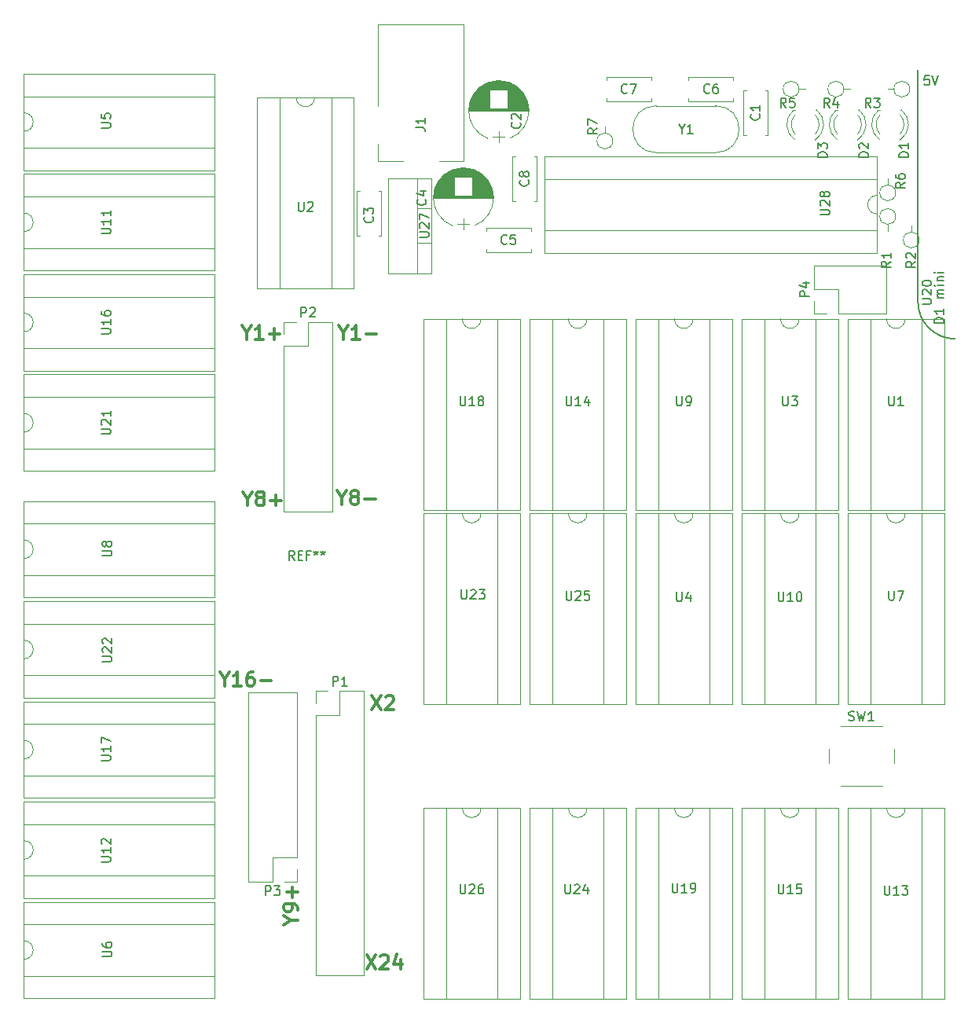
<source format=gbr>
G04 #@! TF.FileFunction,Legend,Top*
%FSLAX46Y46*%
G04 Gerber Fmt 4.6, Leading zero omitted, Abs format (unit mm)*
G04 Created by KiCad (PCBNEW 4.0.7-e2-6376~58~ubuntu16.04.1) date Wed Apr 25 13:41:01 2018*
%MOMM*%
%LPD*%
G01*
G04 APERTURE LIST*
%ADD10C,0.100000*%
%ADD11C,0.300000*%
%ADD12C,0.120000*%
%ADD13C,0.150000*%
G04 APERTURE END LIST*
D10*
D11*
X46918858Y-90515286D02*
X46918858Y-91229571D01*
X46418858Y-89729571D02*
X46918858Y-90515286D01*
X47418858Y-89729571D01*
X48704572Y-91229571D02*
X47847429Y-91229571D01*
X48276001Y-91229571D02*
X48276001Y-89729571D01*
X48133144Y-89943857D01*
X47990286Y-90086714D01*
X47847429Y-90158143D01*
X49990286Y-89729571D02*
X49704572Y-89729571D01*
X49561715Y-89801000D01*
X49490286Y-89872429D01*
X49347429Y-90086714D01*
X49276000Y-90372429D01*
X49276000Y-90943857D01*
X49347429Y-91086714D01*
X49418857Y-91158143D01*
X49561715Y-91229571D01*
X49847429Y-91229571D01*
X49990286Y-91158143D01*
X50061715Y-91086714D01*
X50133143Y-90943857D01*
X50133143Y-90586714D01*
X50061715Y-90443857D01*
X49990286Y-90372429D01*
X49847429Y-90301000D01*
X49561715Y-90301000D01*
X49418857Y-90372429D01*
X49347429Y-90443857D01*
X49276000Y-90586714D01*
X50776000Y-90658143D02*
X51918857Y-90658143D01*
X54066286Y-116450857D02*
X54780571Y-116450857D01*
X53280571Y-116950857D02*
X54066286Y-116450857D01*
X53280571Y-115950857D01*
X54780571Y-115379429D02*
X54780571Y-115093714D01*
X54709143Y-114950857D01*
X54637714Y-114879429D01*
X54423429Y-114736571D01*
X54137714Y-114665143D01*
X53566286Y-114665143D01*
X53423429Y-114736571D01*
X53352000Y-114808000D01*
X53280571Y-114950857D01*
X53280571Y-115236571D01*
X53352000Y-115379429D01*
X53423429Y-115450857D01*
X53566286Y-115522286D01*
X53923429Y-115522286D01*
X54066286Y-115450857D01*
X54137714Y-115379429D01*
X54209143Y-115236571D01*
X54209143Y-114950857D01*
X54137714Y-114808000D01*
X54066286Y-114736571D01*
X53923429Y-114665143D01*
X54209143Y-114022286D02*
X54209143Y-112879429D01*
X54780571Y-113450858D02*
X53637714Y-113450858D01*
X62206430Y-120209571D02*
X63206430Y-121709571D01*
X63206430Y-120209571D02*
X62206430Y-121709571D01*
X63706429Y-120352429D02*
X63777858Y-120281000D01*
X63920715Y-120209571D01*
X64277858Y-120209571D01*
X64420715Y-120281000D01*
X64492144Y-120352429D01*
X64563572Y-120495286D01*
X64563572Y-120638143D01*
X64492144Y-120852429D01*
X63635001Y-121709571D01*
X64563572Y-121709571D01*
X65849286Y-120709571D02*
X65849286Y-121709571D01*
X65492143Y-120138143D02*
X65135000Y-121209571D01*
X66063572Y-121209571D01*
X62793715Y-92269571D02*
X63793715Y-93769571D01*
X63793715Y-92269571D02*
X62793715Y-93769571D01*
X64293714Y-92412429D02*
X64365143Y-92341000D01*
X64508000Y-92269571D01*
X64865143Y-92269571D01*
X65008000Y-92341000D01*
X65079429Y-92412429D01*
X65150857Y-92555286D01*
X65150857Y-92698143D01*
X65079429Y-92912429D01*
X64222286Y-93769571D01*
X65150857Y-93769571D01*
X59571143Y-70957286D02*
X59571143Y-71671571D01*
X59071143Y-70171571D02*
X59571143Y-70957286D01*
X60071143Y-70171571D01*
X60785429Y-70814429D02*
X60642571Y-70743000D01*
X60571143Y-70671571D01*
X60499714Y-70528714D01*
X60499714Y-70457286D01*
X60571143Y-70314429D01*
X60642571Y-70243000D01*
X60785429Y-70171571D01*
X61071143Y-70171571D01*
X61214000Y-70243000D01*
X61285429Y-70314429D01*
X61356857Y-70457286D01*
X61356857Y-70528714D01*
X61285429Y-70671571D01*
X61214000Y-70743000D01*
X61071143Y-70814429D01*
X60785429Y-70814429D01*
X60642571Y-70885857D01*
X60571143Y-70957286D01*
X60499714Y-71100143D01*
X60499714Y-71385857D01*
X60571143Y-71528714D01*
X60642571Y-71600143D01*
X60785429Y-71671571D01*
X61071143Y-71671571D01*
X61214000Y-71600143D01*
X61285429Y-71528714D01*
X61356857Y-71385857D01*
X61356857Y-71100143D01*
X61285429Y-70957286D01*
X61214000Y-70885857D01*
X61071143Y-70814429D01*
X61999714Y-71100143D02*
X63142571Y-71100143D01*
X49411143Y-71084286D02*
X49411143Y-71798571D01*
X48911143Y-70298571D02*
X49411143Y-71084286D01*
X49911143Y-70298571D01*
X50625429Y-70941429D02*
X50482571Y-70870000D01*
X50411143Y-70798571D01*
X50339714Y-70655714D01*
X50339714Y-70584286D01*
X50411143Y-70441429D01*
X50482571Y-70370000D01*
X50625429Y-70298571D01*
X50911143Y-70298571D01*
X51054000Y-70370000D01*
X51125429Y-70441429D01*
X51196857Y-70584286D01*
X51196857Y-70655714D01*
X51125429Y-70798571D01*
X51054000Y-70870000D01*
X50911143Y-70941429D01*
X50625429Y-70941429D01*
X50482571Y-71012857D01*
X50411143Y-71084286D01*
X50339714Y-71227143D01*
X50339714Y-71512857D01*
X50411143Y-71655714D01*
X50482571Y-71727143D01*
X50625429Y-71798571D01*
X50911143Y-71798571D01*
X51054000Y-71727143D01*
X51125429Y-71655714D01*
X51196857Y-71512857D01*
X51196857Y-71227143D01*
X51125429Y-71084286D01*
X51054000Y-71012857D01*
X50911143Y-70941429D01*
X51839714Y-71227143D02*
X52982571Y-71227143D01*
X52411142Y-71798571D02*
X52411142Y-70655714D01*
X59698143Y-53177286D02*
X59698143Y-53891571D01*
X59198143Y-52391571D02*
X59698143Y-53177286D01*
X60198143Y-52391571D01*
X61483857Y-53891571D02*
X60626714Y-53891571D01*
X61055286Y-53891571D02*
X61055286Y-52391571D01*
X60912429Y-52605857D01*
X60769571Y-52748714D01*
X60626714Y-52820143D01*
X62126714Y-53320143D02*
X63269571Y-53320143D01*
X49284143Y-53177286D02*
X49284143Y-53891571D01*
X48784143Y-52391571D02*
X49284143Y-53177286D01*
X49784143Y-52391571D01*
X51069857Y-53891571D02*
X50212714Y-53891571D01*
X50641286Y-53891571D02*
X50641286Y-52391571D01*
X50498429Y-52605857D01*
X50355571Y-52748714D01*
X50212714Y-52820143D01*
X51712714Y-53320143D02*
X52855571Y-53320143D01*
X52284142Y-53891571D02*
X52284142Y-52748714D01*
D12*
X113268000Y-102020000D02*
X117768000Y-102020000D01*
X112018000Y-98020000D02*
X112018000Y-99520000D01*
X117768000Y-95520000D02*
X113268000Y-95520000D01*
X119018000Y-99520000D02*
X119018000Y-98020000D01*
X54670000Y-91888000D02*
X49470000Y-91888000D01*
X54670000Y-109728000D02*
X54670000Y-91888000D01*
X49470000Y-112328000D02*
X49470000Y-91888000D01*
X54670000Y-109728000D02*
X52070000Y-109728000D01*
X52070000Y-109728000D02*
X52070000Y-112328000D01*
X52070000Y-112328000D02*
X49470000Y-112328000D01*
X54670000Y-110998000D02*
X54670000Y-112328000D01*
X54670000Y-112328000D02*
X53340000Y-112328000D01*
X99820000Y-33767000D02*
X93420000Y-33767000D01*
X99820000Y-28717000D02*
X93420000Y-28717000D01*
X99820000Y-28717000D02*
G75*
G02X99820000Y-33767000I0J-2525000D01*
G01*
X93420000Y-28717000D02*
G75*
G03X93420000Y-33767000I0J-2525000D01*
G01*
X77938000Y-39026000D02*
X77938000Y-34206000D01*
X80558000Y-39026000D02*
X80558000Y-34206000D01*
X77938000Y-39026000D02*
X78252000Y-39026000D01*
X80244000Y-39026000D02*
X80558000Y-39026000D01*
X77938000Y-34206000D02*
X78252000Y-34206000D01*
X80244000Y-34206000D02*
X80558000Y-34206000D01*
X118170000Y-51114000D02*
X118170000Y-45914000D01*
X113030000Y-51114000D02*
X118170000Y-51114000D01*
X110430000Y-45914000D02*
X118170000Y-45914000D01*
X113030000Y-51114000D02*
X113030000Y-48514000D01*
X113030000Y-48514000D02*
X110430000Y-48514000D01*
X110430000Y-48514000D02*
X110430000Y-45914000D01*
X111760000Y-51114000D02*
X110430000Y-51114000D01*
X110430000Y-51114000D02*
X110430000Y-49784000D01*
X92874000Y-28234000D02*
X88054000Y-28234000D01*
X92874000Y-25614000D02*
X88054000Y-25614000D01*
X92874000Y-28234000D02*
X92874000Y-27920000D01*
X92874000Y-25928000D02*
X92874000Y-25614000D01*
X88054000Y-28234000D02*
X88054000Y-27920000D01*
X88054000Y-25928000D02*
X88054000Y-25614000D01*
X96864000Y-25614000D02*
X101684000Y-25614000D01*
X96864000Y-28234000D02*
X101684000Y-28234000D01*
X96864000Y-25614000D02*
X96864000Y-25928000D01*
X96864000Y-27920000D02*
X96864000Y-28234000D01*
X101684000Y-25614000D02*
X101684000Y-25928000D01*
X101684000Y-27920000D02*
X101684000Y-28234000D01*
X79920000Y-44490000D02*
X75100000Y-44490000D01*
X79920000Y-41870000D02*
X75100000Y-41870000D01*
X79920000Y-44490000D02*
X79920000Y-44176000D01*
X79920000Y-42184000D02*
X79920000Y-41870000D01*
X75100000Y-44490000D02*
X75100000Y-44176000D01*
X75100000Y-42184000D02*
X75100000Y-41870000D01*
X102830000Y-31914000D02*
X102830000Y-27094000D01*
X105450000Y-31914000D02*
X105450000Y-27094000D01*
X102830000Y-31914000D02*
X103144000Y-31914000D01*
X105136000Y-31914000D02*
X105450000Y-31914000D01*
X102830000Y-27094000D02*
X103144000Y-27094000D01*
X105136000Y-27094000D02*
X105450000Y-27094000D01*
X75274864Y-26212180D02*
G75*
G03X75274000Y-32247482I1179136J-3017820D01*
G01*
X77633136Y-26212180D02*
G75*
G02X77634000Y-32247482I-1179136J-3017820D01*
G01*
X77633136Y-26212180D02*
G75*
G03X75274000Y-26212518I-1179136J-3017820D01*
G01*
X73254000Y-29230000D02*
X79654000Y-29230000D01*
X73254000Y-29190000D02*
X79654000Y-29190000D01*
X73254000Y-29150000D02*
X79654000Y-29150000D01*
X73256000Y-29110000D02*
X79652000Y-29110000D01*
X73257000Y-29070000D02*
X79651000Y-29070000D01*
X73260000Y-29030000D02*
X79648000Y-29030000D01*
X73262000Y-28990000D02*
X79646000Y-28990000D01*
X73266000Y-28950000D02*
X75474000Y-28950000D01*
X77434000Y-28950000D02*
X79642000Y-28950000D01*
X73269000Y-28910000D02*
X75474000Y-28910000D01*
X77434000Y-28910000D02*
X79639000Y-28910000D01*
X73274000Y-28870000D02*
X75474000Y-28870000D01*
X77434000Y-28870000D02*
X79634000Y-28870000D01*
X73278000Y-28830000D02*
X75474000Y-28830000D01*
X77434000Y-28830000D02*
X79630000Y-28830000D01*
X73284000Y-28790000D02*
X75474000Y-28790000D01*
X77434000Y-28790000D02*
X79624000Y-28790000D01*
X73289000Y-28750000D02*
X75474000Y-28750000D01*
X77434000Y-28750000D02*
X79619000Y-28750000D01*
X73296000Y-28710000D02*
X75474000Y-28710000D01*
X77434000Y-28710000D02*
X79612000Y-28710000D01*
X73302000Y-28670000D02*
X75474000Y-28670000D01*
X77434000Y-28670000D02*
X79606000Y-28670000D01*
X73310000Y-28630000D02*
X75474000Y-28630000D01*
X77434000Y-28630000D02*
X79598000Y-28630000D01*
X73317000Y-28590000D02*
X75474000Y-28590000D01*
X77434000Y-28590000D02*
X79591000Y-28590000D01*
X73326000Y-28550000D02*
X75474000Y-28550000D01*
X77434000Y-28550000D02*
X79582000Y-28550000D01*
X73335000Y-28509000D02*
X75474000Y-28509000D01*
X77434000Y-28509000D02*
X79573000Y-28509000D01*
X73344000Y-28469000D02*
X75474000Y-28469000D01*
X77434000Y-28469000D02*
X79564000Y-28469000D01*
X73354000Y-28429000D02*
X75474000Y-28429000D01*
X77434000Y-28429000D02*
X79554000Y-28429000D01*
X73364000Y-28389000D02*
X75474000Y-28389000D01*
X77434000Y-28389000D02*
X79544000Y-28389000D01*
X73375000Y-28349000D02*
X75474000Y-28349000D01*
X77434000Y-28349000D02*
X79533000Y-28349000D01*
X73387000Y-28309000D02*
X75474000Y-28309000D01*
X77434000Y-28309000D02*
X79521000Y-28309000D01*
X73399000Y-28269000D02*
X75474000Y-28269000D01*
X77434000Y-28269000D02*
X79509000Y-28269000D01*
X73412000Y-28229000D02*
X75474000Y-28229000D01*
X77434000Y-28229000D02*
X79496000Y-28229000D01*
X73425000Y-28189000D02*
X75474000Y-28189000D01*
X77434000Y-28189000D02*
X79483000Y-28189000D01*
X73439000Y-28149000D02*
X75474000Y-28149000D01*
X77434000Y-28149000D02*
X79469000Y-28149000D01*
X73453000Y-28109000D02*
X75474000Y-28109000D01*
X77434000Y-28109000D02*
X79455000Y-28109000D01*
X73468000Y-28069000D02*
X75474000Y-28069000D01*
X77434000Y-28069000D02*
X79440000Y-28069000D01*
X73484000Y-28029000D02*
X75474000Y-28029000D01*
X77434000Y-28029000D02*
X79424000Y-28029000D01*
X73500000Y-27989000D02*
X75474000Y-27989000D01*
X77434000Y-27989000D02*
X79408000Y-27989000D01*
X73517000Y-27949000D02*
X75474000Y-27949000D01*
X77434000Y-27949000D02*
X79391000Y-27949000D01*
X73535000Y-27909000D02*
X75474000Y-27909000D01*
X77434000Y-27909000D02*
X79373000Y-27909000D01*
X73553000Y-27869000D02*
X75474000Y-27869000D01*
X77434000Y-27869000D02*
X79355000Y-27869000D01*
X73572000Y-27829000D02*
X75474000Y-27829000D01*
X77434000Y-27829000D02*
X79336000Y-27829000D01*
X73591000Y-27789000D02*
X75474000Y-27789000D01*
X77434000Y-27789000D02*
X79317000Y-27789000D01*
X73611000Y-27749000D02*
X75474000Y-27749000D01*
X77434000Y-27749000D02*
X79297000Y-27749000D01*
X73632000Y-27709000D02*
X75474000Y-27709000D01*
X77434000Y-27709000D02*
X79276000Y-27709000D01*
X73654000Y-27669000D02*
X75474000Y-27669000D01*
X77434000Y-27669000D02*
X79254000Y-27669000D01*
X73676000Y-27629000D02*
X75474000Y-27629000D01*
X77434000Y-27629000D02*
X79232000Y-27629000D01*
X73699000Y-27589000D02*
X75474000Y-27589000D01*
X77434000Y-27589000D02*
X79209000Y-27589000D01*
X73723000Y-27549000D02*
X75474000Y-27549000D01*
X77434000Y-27549000D02*
X79185000Y-27549000D01*
X73748000Y-27509000D02*
X75474000Y-27509000D01*
X77434000Y-27509000D02*
X79160000Y-27509000D01*
X73773000Y-27469000D02*
X75474000Y-27469000D01*
X77434000Y-27469000D02*
X79135000Y-27469000D01*
X73800000Y-27429000D02*
X75474000Y-27429000D01*
X77434000Y-27429000D02*
X79108000Y-27429000D01*
X73827000Y-27389000D02*
X75474000Y-27389000D01*
X77434000Y-27389000D02*
X79081000Y-27389000D01*
X73855000Y-27349000D02*
X75474000Y-27349000D01*
X77434000Y-27349000D02*
X79053000Y-27349000D01*
X73884000Y-27309000D02*
X75474000Y-27309000D01*
X77434000Y-27309000D02*
X79024000Y-27309000D01*
X73914000Y-27269000D02*
X75474000Y-27269000D01*
X77434000Y-27269000D02*
X78994000Y-27269000D01*
X73944000Y-27229000D02*
X75474000Y-27229000D01*
X77434000Y-27229000D02*
X78964000Y-27229000D01*
X73976000Y-27189000D02*
X75474000Y-27189000D01*
X77434000Y-27189000D02*
X78932000Y-27189000D01*
X74009000Y-27149000D02*
X75474000Y-27149000D01*
X77434000Y-27149000D02*
X78899000Y-27149000D01*
X74043000Y-27109000D02*
X75474000Y-27109000D01*
X77434000Y-27109000D02*
X78865000Y-27109000D01*
X74079000Y-27069000D02*
X75474000Y-27069000D01*
X77434000Y-27069000D02*
X78829000Y-27069000D01*
X74115000Y-27029000D02*
X75474000Y-27029000D01*
X77434000Y-27029000D02*
X78793000Y-27029000D01*
X74153000Y-26989000D02*
X78755000Y-26989000D01*
X74192000Y-26949000D02*
X78716000Y-26949000D01*
X74232000Y-26909000D02*
X78676000Y-26909000D01*
X74274000Y-26869000D02*
X78634000Y-26869000D01*
X74317000Y-26829000D02*
X78591000Y-26829000D01*
X74362000Y-26789000D02*
X78546000Y-26789000D01*
X74409000Y-26749000D02*
X78499000Y-26749000D01*
X74457000Y-26709000D02*
X78451000Y-26709000D01*
X74508000Y-26669000D02*
X78400000Y-26669000D01*
X74560000Y-26629000D02*
X78348000Y-26629000D01*
X74615000Y-26589000D02*
X78293000Y-26589000D01*
X74673000Y-26549000D02*
X78235000Y-26549000D01*
X74733000Y-26509000D02*
X78175000Y-26509000D01*
X74796000Y-26469000D02*
X78112000Y-26469000D01*
X74863000Y-26429000D02*
X78045000Y-26429000D01*
X74934000Y-26389000D02*
X77974000Y-26389000D01*
X75009000Y-26349000D02*
X77899000Y-26349000D01*
X75090000Y-26309000D02*
X77818000Y-26309000D01*
X75176000Y-26269000D02*
X77732000Y-26269000D01*
X75270000Y-26229000D02*
X77638000Y-26229000D01*
X75373000Y-26189000D02*
X77535000Y-26189000D01*
X75488000Y-26149000D02*
X77420000Y-26149000D01*
X75620000Y-26109000D02*
X77288000Y-26109000D01*
X75778000Y-26069000D02*
X77130000Y-26069000D01*
X75986000Y-26029000D02*
X76922000Y-26029000D01*
X76454000Y-32680000D02*
X76454000Y-31480000D01*
X75804000Y-32080000D02*
X77104000Y-32080000D01*
X115124608Y-32406335D02*
G75*
G03X115281516Y-29174000I-1078608J1672335D01*
G01*
X112967392Y-32406335D02*
G75*
G02X112810484Y-29174000I1078608J1672335D01*
G01*
X115125837Y-31775130D02*
G75*
G03X115126000Y-29693039I-1079837J1041130D01*
G01*
X112966163Y-31775130D02*
G75*
G02X112966000Y-29693039I1079837J1041130D01*
G01*
X115282000Y-29174000D02*
X115126000Y-29174000D01*
X112966000Y-29174000D02*
X112810000Y-29174000D01*
X110552608Y-32406335D02*
G75*
G03X110709516Y-29174000I-1078608J1672335D01*
G01*
X108395392Y-32406335D02*
G75*
G02X108238484Y-29174000I1078608J1672335D01*
G01*
X110553837Y-31775130D02*
G75*
G03X110554000Y-29693039I-1079837J1041130D01*
G01*
X108394163Y-31775130D02*
G75*
G02X108394000Y-29693039I1079837J1041130D01*
G01*
X110710000Y-29174000D02*
X110554000Y-29174000D01*
X108394000Y-29174000D02*
X108238000Y-29174000D01*
X119696608Y-32406335D02*
G75*
G03X119853516Y-29174000I-1078608J1672335D01*
G01*
X117539392Y-32406335D02*
G75*
G02X117382484Y-29174000I1078608J1672335D01*
G01*
X119697837Y-31775130D02*
G75*
G03X119698000Y-29693039I-1079837J1041130D01*
G01*
X117538163Y-31775130D02*
G75*
G02X117538000Y-29693039I1079837J1041130D01*
G01*
X119854000Y-29174000D02*
X119698000Y-29174000D01*
X117538000Y-29174000D02*
X117382000Y-29174000D01*
X53280000Y-72450000D02*
X58480000Y-72450000D01*
X53280000Y-54610000D02*
X53280000Y-72450000D01*
X58480000Y-52010000D02*
X58480000Y-72450000D01*
X53280000Y-54610000D02*
X55880000Y-54610000D01*
X55880000Y-54610000D02*
X55880000Y-52010000D01*
X55880000Y-52010000D02*
X58480000Y-52010000D01*
X53280000Y-53340000D02*
X53280000Y-52010000D01*
X53280000Y-52010000D02*
X54610000Y-52010000D01*
X63472000Y-28782000D02*
X63472000Y-19982000D01*
X63472000Y-19982000D02*
X72672000Y-19982000D01*
X66172000Y-34682000D02*
X63472000Y-34682000D01*
X63472000Y-34682000D02*
X63472000Y-32782000D01*
X72672000Y-19982000D02*
X72672000Y-34682000D01*
X72672000Y-34682000D02*
X70072000Y-34682000D01*
X71464864Y-35610180D02*
G75*
G03X71464000Y-41645482I1179136J-3017820D01*
G01*
X73823136Y-35610180D02*
G75*
G02X73824000Y-41645482I-1179136J-3017820D01*
G01*
X73823136Y-35610180D02*
G75*
G03X71464000Y-35610518I-1179136J-3017820D01*
G01*
X69444000Y-38628000D02*
X75844000Y-38628000D01*
X69444000Y-38588000D02*
X75844000Y-38588000D01*
X69444000Y-38548000D02*
X75844000Y-38548000D01*
X69446000Y-38508000D02*
X75842000Y-38508000D01*
X69447000Y-38468000D02*
X75841000Y-38468000D01*
X69450000Y-38428000D02*
X75838000Y-38428000D01*
X69452000Y-38388000D02*
X75836000Y-38388000D01*
X69456000Y-38348000D02*
X71664000Y-38348000D01*
X73624000Y-38348000D02*
X75832000Y-38348000D01*
X69459000Y-38308000D02*
X71664000Y-38308000D01*
X73624000Y-38308000D02*
X75829000Y-38308000D01*
X69464000Y-38268000D02*
X71664000Y-38268000D01*
X73624000Y-38268000D02*
X75824000Y-38268000D01*
X69468000Y-38228000D02*
X71664000Y-38228000D01*
X73624000Y-38228000D02*
X75820000Y-38228000D01*
X69474000Y-38188000D02*
X71664000Y-38188000D01*
X73624000Y-38188000D02*
X75814000Y-38188000D01*
X69479000Y-38148000D02*
X71664000Y-38148000D01*
X73624000Y-38148000D02*
X75809000Y-38148000D01*
X69486000Y-38108000D02*
X71664000Y-38108000D01*
X73624000Y-38108000D02*
X75802000Y-38108000D01*
X69492000Y-38068000D02*
X71664000Y-38068000D01*
X73624000Y-38068000D02*
X75796000Y-38068000D01*
X69500000Y-38028000D02*
X71664000Y-38028000D01*
X73624000Y-38028000D02*
X75788000Y-38028000D01*
X69507000Y-37988000D02*
X71664000Y-37988000D01*
X73624000Y-37988000D02*
X75781000Y-37988000D01*
X69516000Y-37948000D02*
X71664000Y-37948000D01*
X73624000Y-37948000D02*
X75772000Y-37948000D01*
X69525000Y-37907000D02*
X71664000Y-37907000D01*
X73624000Y-37907000D02*
X75763000Y-37907000D01*
X69534000Y-37867000D02*
X71664000Y-37867000D01*
X73624000Y-37867000D02*
X75754000Y-37867000D01*
X69544000Y-37827000D02*
X71664000Y-37827000D01*
X73624000Y-37827000D02*
X75744000Y-37827000D01*
X69554000Y-37787000D02*
X71664000Y-37787000D01*
X73624000Y-37787000D02*
X75734000Y-37787000D01*
X69565000Y-37747000D02*
X71664000Y-37747000D01*
X73624000Y-37747000D02*
X75723000Y-37747000D01*
X69577000Y-37707000D02*
X71664000Y-37707000D01*
X73624000Y-37707000D02*
X75711000Y-37707000D01*
X69589000Y-37667000D02*
X71664000Y-37667000D01*
X73624000Y-37667000D02*
X75699000Y-37667000D01*
X69602000Y-37627000D02*
X71664000Y-37627000D01*
X73624000Y-37627000D02*
X75686000Y-37627000D01*
X69615000Y-37587000D02*
X71664000Y-37587000D01*
X73624000Y-37587000D02*
X75673000Y-37587000D01*
X69629000Y-37547000D02*
X71664000Y-37547000D01*
X73624000Y-37547000D02*
X75659000Y-37547000D01*
X69643000Y-37507000D02*
X71664000Y-37507000D01*
X73624000Y-37507000D02*
X75645000Y-37507000D01*
X69658000Y-37467000D02*
X71664000Y-37467000D01*
X73624000Y-37467000D02*
X75630000Y-37467000D01*
X69674000Y-37427000D02*
X71664000Y-37427000D01*
X73624000Y-37427000D02*
X75614000Y-37427000D01*
X69690000Y-37387000D02*
X71664000Y-37387000D01*
X73624000Y-37387000D02*
X75598000Y-37387000D01*
X69707000Y-37347000D02*
X71664000Y-37347000D01*
X73624000Y-37347000D02*
X75581000Y-37347000D01*
X69725000Y-37307000D02*
X71664000Y-37307000D01*
X73624000Y-37307000D02*
X75563000Y-37307000D01*
X69743000Y-37267000D02*
X71664000Y-37267000D01*
X73624000Y-37267000D02*
X75545000Y-37267000D01*
X69762000Y-37227000D02*
X71664000Y-37227000D01*
X73624000Y-37227000D02*
X75526000Y-37227000D01*
X69781000Y-37187000D02*
X71664000Y-37187000D01*
X73624000Y-37187000D02*
X75507000Y-37187000D01*
X69801000Y-37147000D02*
X71664000Y-37147000D01*
X73624000Y-37147000D02*
X75487000Y-37147000D01*
X69822000Y-37107000D02*
X71664000Y-37107000D01*
X73624000Y-37107000D02*
X75466000Y-37107000D01*
X69844000Y-37067000D02*
X71664000Y-37067000D01*
X73624000Y-37067000D02*
X75444000Y-37067000D01*
X69866000Y-37027000D02*
X71664000Y-37027000D01*
X73624000Y-37027000D02*
X75422000Y-37027000D01*
X69889000Y-36987000D02*
X71664000Y-36987000D01*
X73624000Y-36987000D02*
X75399000Y-36987000D01*
X69913000Y-36947000D02*
X71664000Y-36947000D01*
X73624000Y-36947000D02*
X75375000Y-36947000D01*
X69938000Y-36907000D02*
X71664000Y-36907000D01*
X73624000Y-36907000D02*
X75350000Y-36907000D01*
X69963000Y-36867000D02*
X71664000Y-36867000D01*
X73624000Y-36867000D02*
X75325000Y-36867000D01*
X69990000Y-36827000D02*
X71664000Y-36827000D01*
X73624000Y-36827000D02*
X75298000Y-36827000D01*
X70017000Y-36787000D02*
X71664000Y-36787000D01*
X73624000Y-36787000D02*
X75271000Y-36787000D01*
X70045000Y-36747000D02*
X71664000Y-36747000D01*
X73624000Y-36747000D02*
X75243000Y-36747000D01*
X70074000Y-36707000D02*
X71664000Y-36707000D01*
X73624000Y-36707000D02*
X75214000Y-36707000D01*
X70104000Y-36667000D02*
X71664000Y-36667000D01*
X73624000Y-36667000D02*
X75184000Y-36667000D01*
X70134000Y-36627000D02*
X71664000Y-36627000D01*
X73624000Y-36627000D02*
X75154000Y-36627000D01*
X70166000Y-36587000D02*
X71664000Y-36587000D01*
X73624000Y-36587000D02*
X75122000Y-36587000D01*
X70199000Y-36547000D02*
X71664000Y-36547000D01*
X73624000Y-36547000D02*
X75089000Y-36547000D01*
X70233000Y-36507000D02*
X71664000Y-36507000D01*
X73624000Y-36507000D02*
X75055000Y-36507000D01*
X70269000Y-36467000D02*
X71664000Y-36467000D01*
X73624000Y-36467000D02*
X75019000Y-36467000D01*
X70305000Y-36427000D02*
X71664000Y-36427000D01*
X73624000Y-36427000D02*
X74983000Y-36427000D01*
X70343000Y-36387000D02*
X74945000Y-36387000D01*
X70382000Y-36347000D02*
X74906000Y-36347000D01*
X70422000Y-36307000D02*
X74866000Y-36307000D01*
X70464000Y-36267000D02*
X74824000Y-36267000D01*
X70507000Y-36227000D02*
X74781000Y-36227000D01*
X70552000Y-36187000D02*
X74736000Y-36187000D01*
X70599000Y-36147000D02*
X74689000Y-36147000D01*
X70647000Y-36107000D02*
X74641000Y-36107000D01*
X70698000Y-36067000D02*
X74590000Y-36067000D01*
X70750000Y-36027000D02*
X74538000Y-36027000D01*
X70805000Y-35987000D02*
X74483000Y-35987000D01*
X70863000Y-35947000D02*
X74425000Y-35947000D01*
X70923000Y-35907000D02*
X74365000Y-35907000D01*
X70986000Y-35867000D02*
X74302000Y-35867000D01*
X71053000Y-35827000D02*
X74235000Y-35827000D01*
X71124000Y-35787000D02*
X74164000Y-35787000D01*
X71199000Y-35747000D02*
X74089000Y-35747000D01*
X71280000Y-35707000D02*
X74008000Y-35707000D01*
X71366000Y-35667000D02*
X73922000Y-35667000D01*
X71460000Y-35627000D02*
X73828000Y-35627000D01*
X71563000Y-35587000D02*
X73725000Y-35587000D01*
X71678000Y-35547000D02*
X73610000Y-35547000D01*
X71810000Y-35507000D02*
X73478000Y-35507000D01*
X71968000Y-35467000D02*
X73320000Y-35467000D01*
X72176000Y-35427000D02*
X73112000Y-35427000D01*
X72644000Y-42078000D02*
X72644000Y-40878000D01*
X71994000Y-41478000D02*
X73294000Y-41478000D01*
X63794000Y-37936000D02*
X63794000Y-42756000D01*
X61174000Y-37936000D02*
X61174000Y-42756000D01*
X63794000Y-37936000D02*
X63480000Y-37936000D01*
X61488000Y-37936000D02*
X61174000Y-37936000D01*
X63794000Y-42756000D02*
X63480000Y-42756000D01*
X61488000Y-42756000D02*
X61174000Y-42756000D01*
X118253000Y-51696000D02*
X116483000Y-51696000D01*
X116483000Y-51696000D02*
X116483000Y-72256000D01*
X116483000Y-72256000D02*
X122023000Y-72256000D01*
X122023000Y-72256000D02*
X122023000Y-51696000D01*
X122023000Y-51696000D02*
X120253000Y-51696000D01*
X114053000Y-51696000D02*
X114053000Y-72256000D01*
X114053000Y-72256000D02*
X124453000Y-72256000D01*
X124453000Y-72256000D02*
X124453000Y-51696000D01*
X124453000Y-51696000D02*
X114053000Y-51696000D01*
X120253000Y-51696000D02*
G75*
G02X118253000Y-51696000I-1000000J0D01*
G01*
X54626000Y-27820000D02*
X52856000Y-27820000D01*
X52856000Y-27820000D02*
X52856000Y-48380000D01*
X52856000Y-48380000D02*
X58396000Y-48380000D01*
X58396000Y-48380000D02*
X58396000Y-27820000D01*
X58396000Y-27820000D02*
X56626000Y-27820000D01*
X50426000Y-27820000D02*
X50426000Y-48380000D01*
X50426000Y-48380000D02*
X60826000Y-48380000D01*
X60826000Y-48380000D02*
X60826000Y-27820000D01*
X60826000Y-27820000D02*
X50426000Y-27820000D01*
X56626000Y-27820000D02*
G75*
G02X54626000Y-27820000I-1000000J0D01*
G01*
X106823000Y-51696000D02*
X105053000Y-51696000D01*
X105053000Y-51696000D02*
X105053000Y-72256000D01*
X105053000Y-72256000D02*
X110593000Y-72256000D01*
X110593000Y-72256000D02*
X110593000Y-51696000D01*
X110593000Y-51696000D02*
X108823000Y-51696000D01*
X102623000Y-51696000D02*
X102623000Y-72256000D01*
X102623000Y-72256000D02*
X113023000Y-72256000D01*
X113023000Y-72256000D02*
X113023000Y-51696000D01*
X113023000Y-51696000D02*
X102623000Y-51696000D01*
X108823000Y-51696000D02*
G75*
G02X106823000Y-51696000I-1000000J0D01*
G01*
X95393000Y-72651000D02*
X93623000Y-72651000D01*
X93623000Y-72651000D02*
X93623000Y-93211000D01*
X93623000Y-93211000D02*
X99163000Y-93211000D01*
X99163000Y-93211000D02*
X99163000Y-72651000D01*
X99163000Y-72651000D02*
X97393000Y-72651000D01*
X91193000Y-72651000D02*
X91193000Y-93211000D01*
X91193000Y-93211000D02*
X101593000Y-93211000D01*
X101593000Y-93211000D02*
X101593000Y-72651000D01*
X101593000Y-72651000D02*
X91193000Y-72651000D01*
X97393000Y-72651000D02*
G75*
G02X95393000Y-72651000I-1000000J0D01*
G01*
X25280000Y-31480000D02*
X25280000Y-33250000D01*
X25280000Y-33250000D02*
X45840000Y-33250000D01*
X45840000Y-33250000D02*
X45840000Y-27710000D01*
X45840000Y-27710000D02*
X25280000Y-27710000D01*
X25280000Y-27710000D02*
X25280000Y-29480000D01*
X25280000Y-35680000D02*
X45840000Y-35680000D01*
X45840000Y-35680000D02*
X45840000Y-25280000D01*
X45840000Y-25280000D02*
X25280000Y-25280000D01*
X25280000Y-25280000D02*
X25280000Y-35680000D01*
X25280000Y-29480000D02*
G75*
G02X25280000Y-31480000I0J-1000000D01*
G01*
X25280000Y-120685758D02*
X25280000Y-122455758D01*
X25280000Y-122455758D02*
X45840000Y-122455758D01*
X45840000Y-122455758D02*
X45840000Y-116915758D01*
X45840000Y-116915758D02*
X25280000Y-116915758D01*
X25280000Y-116915758D02*
X25280000Y-118685758D01*
X25280000Y-124885758D02*
X45840000Y-124885758D01*
X45840000Y-124885758D02*
X45840000Y-114485758D01*
X45840000Y-114485758D02*
X25280000Y-114485758D01*
X25280000Y-114485758D02*
X25280000Y-124885758D01*
X25280000Y-118685758D02*
G75*
G02X25280000Y-120685758I0J-1000000D01*
G01*
X118253000Y-72651000D02*
X116483000Y-72651000D01*
X116483000Y-72651000D02*
X116483000Y-93211000D01*
X116483000Y-93211000D02*
X122023000Y-93211000D01*
X122023000Y-93211000D02*
X122023000Y-72651000D01*
X122023000Y-72651000D02*
X120253000Y-72651000D01*
X114053000Y-72651000D02*
X114053000Y-93211000D01*
X114053000Y-93211000D02*
X124453000Y-93211000D01*
X124453000Y-93211000D02*
X124453000Y-72651000D01*
X124453000Y-72651000D02*
X114053000Y-72651000D01*
X120253000Y-72651000D02*
G75*
G02X118253000Y-72651000I-1000000J0D01*
G01*
X25280000Y-77505758D02*
X25280000Y-79275758D01*
X25280000Y-79275758D02*
X45840000Y-79275758D01*
X45840000Y-79275758D02*
X45840000Y-73735758D01*
X45840000Y-73735758D02*
X25280000Y-73735758D01*
X25280000Y-73735758D02*
X25280000Y-75505758D01*
X25280000Y-81705758D02*
X45840000Y-81705758D01*
X45840000Y-81705758D02*
X45840000Y-71305758D01*
X45840000Y-71305758D02*
X25280000Y-71305758D01*
X25280000Y-71305758D02*
X25280000Y-81705758D01*
X25280000Y-75505758D02*
G75*
G02X25280000Y-77505758I0J-1000000D01*
G01*
X95393000Y-51696000D02*
X93623000Y-51696000D01*
X93623000Y-51696000D02*
X93623000Y-72256000D01*
X93623000Y-72256000D02*
X99163000Y-72256000D01*
X99163000Y-72256000D02*
X99163000Y-51696000D01*
X99163000Y-51696000D02*
X97393000Y-51696000D01*
X91193000Y-51696000D02*
X91193000Y-72256000D01*
X91193000Y-72256000D02*
X101593000Y-72256000D01*
X101593000Y-72256000D02*
X101593000Y-51696000D01*
X101593000Y-51696000D02*
X91193000Y-51696000D01*
X97393000Y-51696000D02*
G75*
G02X95393000Y-51696000I-1000000J0D01*
G01*
X106823000Y-72651000D02*
X105053000Y-72651000D01*
X105053000Y-72651000D02*
X105053000Y-93211000D01*
X105053000Y-93211000D02*
X110593000Y-93211000D01*
X110593000Y-93211000D02*
X110593000Y-72651000D01*
X110593000Y-72651000D02*
X108823000Y-72651000D01*
X102623000Y-72651000D02*
X102623000Y-93211000D01*
X102623000Y-93211000D02*
X113023000Y-93211000D01*
X113023000Y-93211000D02*
X113023000Y-72651000D01*
X113023000Y-72651000D02*
X102623000Y-72651000D01*
X108823000Y-72651000D02*
G75*
G02X106823000Y-72651000I-1000000J0D01*
G01*
X25280000Y-42275000D02*
X25280000Y-44045000D01*
X25280000Y-44045000D02*
X45840000Y-44045000D01*
X45840000Y-44045000D02*
X45840000Y-38505000D01*
X45840000Y-38505000D02*
X25280000Y-38505000D01*
X25280000Y-38505000D02*
X25280000Y-40275000D01*
X25280000Y-46475000D02*
X45840000Y-46475000D01*
X45840000Y-46475000D02*
X45840000Y-36075000D01*
X45840000Y-36075000D02*
X25280000Y-36075000D01*
X25280000Y-36075000D02*
X25280000Y-46475000D01*
X25280000Y-40275000D02*
G75*
G02X25280000Y-42275000I0J-1000000D01*
G01*
X25280000Y-109890758D02*
X25280000Y-111660758D01*
X25280000Y-111660758D02*
X45840000Y-111660758D01*
X45840000Y-111660758D02*
X45840000Y-106120758D01*
X45840000Y-106120758D02*
X25280000Y-106120758D01*
X25280000Y-106120758D02*
X25280000Y-107890758D01*
X25280000Y-114090758D02*
X45840000Y-114090758D01*
X45840000Y-114090758D02*
X45840000Y-103690758D01*
X45840000Y-103690758D02*
X25280000Y-103690758D01*
X25280000Y-103690758D02*
X25280000Y-114090758D01*
X25280000Y-107890758D02*
G75*
G02X25280000Y-109890758I0J-1000000D01*
G01*
X118253000Y-104401000D02*
X116483000Y-104401000D01*
X116483000Y-104401000D02*
X116483000Y-124961000D01*
X116483000Y-124961000D02*
X122023000Y-124961000D01*
X122023000Y-124961000D02*
X122023000Y-104401000D01*
X122023000Y-104401000D02*
X120253000Y-104401000D01*
X114053000Y-104401000D02*
X114053000Y-124961000D01*
X114053000Y-124961000D02*
X124453000Y-124961000D01*
X124453000Y-124961000D02*
X124453000Y-104401000D01*
X124453000Y-104401000D02*
X114053000Y-104401000D01*
X120253000Y-104401000D02*
G75*
G02X118253000Y-104401000I-1000000J0D01*
G01*
X83963000Y-51696000D02*
X82193000Y-51696000D01*
X82193000Y-51696000D02*
X82193000Y-72256000D01*
X82193000Y-72256000D02*
X87733000Y-72256000D01*
X87733000Y-72256000D02*
X87733000Y-51696000D01*
X87733000Y-51696000D02*
X85963000Y-51696000D01*
X79763000Y-51696000D02*
X79763000Y-72256000D01*
X79763000Y-72256000D02*
X90163000Y-72256000D01*
X90163000Y-72256000D02*
X90163000Y-51696000D01*
X90163000Y-51696000D02*
X79763000Y-51696000D01*
X85963000Y-51696000D02*
G75*
G02X83963000Y-51696000I-1000000J0D01*
G01*
X106823000Y-104401000D02*
X105053000Y-104401000D01*
X105053000Y-104401000D02*
X105053000Y-124961000D01*
X105053000Y-124961000D02*
X110593000Y-124961000D01*
X110593000Y-124961000D02*
X110593000Y-104401000D01*
X110593000Y-104401000D02*
X108823000Y-104401000D01*
X102623000Y-104401000D02*
X102623000Y-124961000D01*
X102623000Y-124961000D02*
X113023000Y-124961000D01*
X113023000Y-124961000D02*
X113023000Y-104401000D01*
X113023000Y-104401000D02*
X102623000Y-104401000D01*
X108823000Y-104401000D02*
G75*
G02X106823000Y-104401000I-1000000J0D01*
G01*
X25280000Y-53070000D02*
X25280000Y-54840000D01*
X25280000Y-54840000D02*
X45840000Y-54840000D01*
X45840000Y-54840000D02*
X45840000Y-49300000D01*
X45840000Y-49300000D02*
X25280000Y-49300000D01*
X25280000Y-49300000D02*
X25280000Y-51070000D01*
X25280000Y-57270000D02*
X45840000Y-57270000D01*
X45840000Y-57270000D02*
X45840000Y-46870000D01*
X45840000Y-46870000D02*
X25280000Y-46870000D01*
X25280000Y-46870000D02*
X25280000Y-57270000D01*
X25280000Y-51070000D02*
G75*
G02X25280000Y-53070000I0J-1000000D01*
G01*
X25280000Y-99095758D02*
X25280000Y-100865758D01*
X25280000Y-100865758D02*
X45840000Y-100865758D01*
X45840000Y-100865758D02*
X45840000Y-95325758D01*
X45840000Y-95325758D02*
X25280000Y-95325758D01*
X25280000Y-95325758D02*
X25280000Y-97095758D01*
X25280000Y-103295758D02*
X45840000Y-103295758D01*
X45840000Y-103295758D02*
X45840000Y-92895758D01*
X45840000Y-92895758D02*
X25280000Y-92895758D01*
X25280000Y-92895758D02*
X25280000Y-103295758D01*
X25280000Y-97095758D02*
G75*
G02X25280000Y-99095758I0J-1000000D01*
G01*
X72533000Y-51696000D02*
X70763000Y-51696000D01*
X70763000Y-51696000D02*
X70763000Y-72256000D01*
X70763000Y-72256000D02*
X76303000Y-72256000D01*
X76303000Y-72256000D02*
X76303000Y-51696000D01*
X76303000Y-51696000D02*
X74533000Y-51696000D01*
X68333000Y-51696000D02*
X68333000Y-72256000D01*
X68333000Y-72256000D02*
X78733000Y-72256000D01*
X78733000Y-72256000D02*
X78733000Y-51696000D01*
X78733000Y-51696000D02*
X68333000Y-51696000D01*
X74533000Y-51696000D02*
G75*
G02X72533000Y-51696000I-1000000J0D01*
G01*
X95393000Y-104401000D02*
X93623000Y-104401000D01*
X93623000Y-104401000D02*
X93623000Y-124961000D01*
X93623000Y-124961000D02*
X99163000Y-124961000D01*
X99163000Y-124961000D02*
X99163000Y-104401000D01*
X99163000Y-104401000D02*
X97393000Y-104401000D01*
X91193000Y-104401000D02*
X91193000Y-124961000D01*
X91193000Y-124961000D02*
X101593000Y-124961000D01*
X101593000Y-124961000D02*
X101593000Y-104401000D01*
X101593000Y-104401000D02*
X91193000Y-104401000D01*
X97393000Y-104401000D02*
G75*
G02X95393000Y-104401000I-1000000J0D01*
G01*
X25280000Y-63865000D02*
X25280000Y-65635000D01*
X25280000Y-65635000D02*
X45840000Y-65635000D01*
X45840000Y-65635000D02*
X45840000Y-60095000D01*
X45840000Y-60095000D02*
X25280000Y-60095000D01*
X25280000Y-60095000D02*
X25280000Y-61865000D01*
X25280000Y-68065000D02*
X45840000Y-68065000D01*
X45840000Y-68065000D02*
X45840000Y-57665000D01*
X45840000Y-57665000D02*
X25280000Y-57665000D01*
X25280000Y-57665000D02*
X25280000Y-68065000D01*
X25280000Y-61865000D02*
G75*
G02X25280000Y-63865000I0J-1000000D01*
G01*
X25280000Y-88300758D02*
X25280000Y-90070758D01*
X25280000Y-90070758D02*
X45840000Y-90070758D01*
X45840000Y-90070758D02*
X45840000Y-84530758D01*
X45840000Y-84530758D02*
X25280000Y-84530758D01*
X25280000Y-84530758D02*
X25280000Y-86300758D01*
X25280000Y-92500758D02*
X45840000Y-92500758D01*
X45840000Y-92500758D02*
X45840000Y-82100758D01*
X45840000Y-82100758D02*
X25280000Y-82100758D01*
X25280000Y-82100758D02*
X25280000Y-92500758D01*
X25280000Y-86300758D02*
G75*
G02X25280000Y-88300758I0J-1000000D01*
G01*
X72533000Y-72651000D02*
X70763000Y-72651000D01*
X70763000Y-72651000D02*
X70763000Y-93211000D01*
X70763000Y-93211000D02*
X76303000Y-93211000D01*
X76303000Y-93211000D02*
X76303000Y-72651000D01*
X76303000Y-72651000D02*
X74533000Y-72651000D01*
X68333000Y-72651000D02*
X68333000Y-93211000D01*
X68333000Y-93211000D02*
X78733000Y-93211000D01*
X78733000Y-93211000D02*
X78733000Y-72651000D01*
X78733000Y-72651000D02*
X68333000Y-72651000D01*
X74533000Y-72651000D02*
G75*
G02X72533000Y-72651000I-1000000J0D01*
G01*
X83963000Y-104401000D02*
X82193000Y-104401000D01*
X82193000Y-104401000D02*
X82193000Y-124961000D01*
X82193000Y-124961000D02*
X87733000Y-124961000D01*
X87733000Y-124961000D02*
X87733000Y-104401000D01*
X87733000Y-104401000D02*
X85963000Y-104401000D01*
X79763000Y-104401000D02*
X79763000Y-124961000D01*
X79763000Y-124961000D02*
X90163000Y-124961000D01*
X90163000Y-124961000D02*
X90163000Y-104401000D01*
X90163000Y-104401000D02*
X79763000Y-104401000D01*
X85963000Y-104401000D02*
G75*
G02X83963000Y-104401000I-1000000J0D01*
G01*
X83963000Y-72651000D02*
X82193000Y-72651000D01*
X82193000Y-72651000D02*
X82193000Y-93211000D01*
X82193000Y-93211000D02*
X87733000Y-93211000D01*
X87733000Y-93211000D02*
X87733000Y-72651000D01*
X87733000Y-72651000D02*
X85963000Y-72651000D01*
X79763000Y-72651000D02*
X79763000Y-93211000D01*
X79763000Y-93211000D02*
X90163000Y-93211000D01*
X90163000Y-93211000D02*
X90163000Y-72651000D01*
X90163000Y-72651000D02*
X79763000Y-72651000D01*
X85963000Y-72651000D02*
G75*
G02X83963000Y-72651000I-1000000J0D01*
G01*
X72533000Y-104401000D02*
X70763000Y-104401000D01*
X70763000Y-104401000D02*
X70763000Y-124961000D01*
X70763000Y-124961000D02*
X76303000Y-124961000D01*
X76303000Y-124961000D02*
X76303000Y-104401000D01*
X76303000Y-104401000D02*
X74533000Y-104401000D01*
X68333000Y-104401000D02*
X68333000Y-124961000D01*
X68333000Y-124961000D02*
X78733000Y-124961000D01*
X78733000Y-124961000D02*
X78733000Y-104401000D01*
X78733000Y-104401000D02*
X68333000Y-104401000D01*
X74533000Y-104401000D02*
G75*
G02X72533000Y-104401000I-1000000J0D01*
G01*
X117214000Y-38370000D02*
X117214000Y-36600000D01*
X117214000Y-36600000D02*
X81414000Y-36600000D01*
X81414000Y-36600000D02*
X81414000Y-42140000D01*
X81414000Y-42140000D02*
X117214000Y-42140000D01*
X117214000Y-42140000D02*
X117214000Y-40370000D01*
X117214000Y-34170000D02*
X81414000Y-34170000D01*
X81414000Y-34170000D02*
X81414000Y-44570000D01*
X81414000Y-44570000D02*
X117214000Y-44570000D01*
X117214000Y-44570000D02*
X117214000Y-34170000D01*
X117214000Y-40370000D02*
G75*
G02X117214000Y-38370000I0J1000000D01*
G01*
X69168000Y-36536000D02*
X69168000Y-46776000D01*
X64527000Y-36536000D02*
X64527000Y-46776000D01*
X69168000Y-36536000D02*
X64527000Y-36536000D01*
X69168000Y-46776000D02*
X64527000Y-46776000D01*
X67658000Y-36536000D02*
X67658000Y-46776000D01*
X69168000Y-39806000D02*
X67658000Y-39806000D01*
X69168000Y-43507000D02*
X67658000Y-43507000D01*
X121764000Y-43180000D02*
G75*
G03X121764000Y-43180000I-860000J0D01*
G01*
X120904000Y-42320000D02*
X120904000Y-41640000D01*
X119224000Y-40640000D02*
G75*
G03X119224000Y-40640000I-860000J0D01*
G01*
X118364000Y-41500000D02*
X118364000Y-42180000D01*
X120748000Y-26924000D02*
G75*
G03X120748000Y-26924000I-860000J0D01*
G01*
X119028000Y-26924000D02*
X118348000Y-26924000D01*
X113636000Y-26924000D02*
G75*
G03X113636000Y-26924000I-860000J0D01*
G01*
X113636000Y-26924000D02*
X114316000Y-26924000D01*
X108810000Y-26924000D02*
G75*
G03X108810000Y-26924000I-860000J0D01*
G01*
X108810000Y-26924000D02*
X109490000Y-26924000D01*
X119224000Y-38100000D02*
G75*
G03X119224000Y-38100000I-860000J0D01*
G01*
X118364000Y-37240000D02*
X118364000Y-36560000D01*
X88744000Y-32512000D02*
G75*
G03X88744000Y-32512000I-860000J0D01*
G01*
X87884000Y-31652000D02*
X87884000Y-30972000D01*
D13*
X121620000Y-49830000D02*
X121620000Y-24830000D01*
X121620000Y-49830000D02*
G75*
G03X125620000Y-53830000I4000000J0D01*
G01*
D12*
X56709000Y-122361000D02*
X61909000Y-122361000D01*
X56709000Y-94361000D02*
X56709000Y-122361000D01*
X61909000Y-91761000D02*
X61909000Y-122361000D01*
X56709000Y-94361000D02*
X59309000Y-94361000D01*
X59309000Y-94361000D02*
X59309000Y-91761000D01*
X59309000Y-91761000D02*
X61909000Y-91761000D01*
X56709000Y-93091000D02*
X56709000Y-91761000D01*
X56709000Y-91761000D02*
X58039000Y-91761000D01*
D13*
X114184667Y-94924762D02*
X114327524Y-94972381D01*
X114565620Y-94972381D01*
X114660858Y-94924762D01*
X114708477Y-94877143D01*
X114756096Y-94781905D01*
X114756096Y-94686667D01*
X114708477Y-94591429D01*
X114660858Y-94543810D01*
X114565620Y-94496190D01*
X114375143Y-94448571D01*
X114279905Y-94400952D01*
X114232286Y-94353333D01*
X114184667Y-94258095D01*
X114184667Y-94162857D01*
X114232286Y-94067619D01*
X114279905Y-94020000D01*
X114375143Y-93972381D01*
X114613239Y-93972381D01*
X114756096Y-94020000D01*
X115089429Y-93972381D02*
X115327524Y-94972381D01*
X115518001Y-94258095D01*
X115708477Y-94972381D01*
X115946572Y-93972381D01*
X116851334Y-94972381D02*
X116279905Y-94972381D01*
X116565619Y-94972381D02*
X116565619Y-93972381D01*
X116470381Y-94115238D01*
X116375143Y-94210476D01*
X116279905Y-94258095D01*
X51331905Y-113780381D02*
X51331905Y-112780381D01*
X51712858Y-112780381D01*
X51808096Y-112828000D01*
X51855715Y-112875619D01*
X51903334Y-112970857D01*
X51903334Y-113113714D01*
X51855715Y-113208952D01*
X51808096Y-113256571D01*
X51712858Y-113304190D01*
X51331905Y-113304190D01*
X52236667Y-112780381D02*
X52855715Y-112780381D01*
X52522381Y-113161333D01*
X52665239Y-113161333D01*
X52760477Y-113208952D01*
X52808096Y-113256571D01*
X52855715Y-113351810D01*
X52855715Y-113589905D01*
X52808096Y-113685143D01*
X52760477Y-113732762D01*
X52665239Y-113780381D01*
X52379524Y-113780381D01*
X52284286Y-113732762D01*
X52236667Y-113685143D01*
X96170809Y-31218190D02*
X96170809Y-31694381D01*
X95837476Y-30694381D02*
X96170809Y-31218190D01*
X96504143Y-30694381D01*
X97361286Y-31694381D02*
X96789857Y-31694381D01*
X97075571Y-31694381D02*
X97075571Y-30694381D01*
X96980333Y-30837238D01*
X96885095Y-30932476D01*
X96789857Y-30980095D01*
X79605143Y-36742666D02*
X79652762Y-36790285D01*
X79700381Y-36933142D01*
X79700381Y-37028380D01*
X79652762Y-37171238D01*
X79557524Y-37266476D01*
X79462286Y-37314095D01*
X79271810Y-37361714D01*
X79128952Y-37361714D01*
X78938476Y-37314095D01*
X78843238Y-37266476D01*
X78748000Y-37171238D01*
X78700381Y-37028380D01*
X78700381Y-36933142D01*
X78748000Y-36790285D01*
X78795619Y-36742666D01*
X79128952Y-36171238D02*
X79081333Y-36266476D01*
X79033714Y-36314095D01*
X78938476Y-36361714D01*
X78890857Y-36361714D01*
X78795619Y-36314095D01*
X78748000Y-36266476D01*
X78700381Y-36171238D01*
X78700381Y-35980761D01*
X78748000Y-35885523D01*
X78795619Y-35837904D01*
X78890857Y-35790285D01*
X78938476Y-35790285D01*
X79033714Y-35837904D01*
X79081333Y-35885523D01*
X79128952Y-35980761D01*
X79128952Y-36171238D01*
X79176571Y-36266476D01*
X79224190Y-36314095D01*
X79319429Y-36361714D01*
X79509905Y-36361714D01*
X79605143Y-36314095D01*
X79652762Y-36266476D01*
X79700381Y-36171238D01*
X79700381Y-35980761D01*
X79652762Y-35885523D01*
X79605143Y-35837904D01*
X79509905Y-35790285D01*
X79319429Y-35790285D01*
X79224190Y-35837904D01*
X79176571Y-35885523D01*
X79128952Y-35980761D01*
X109882381Y-49252095D02*
X108882381Y-49252095D01*
X108882381Y-48871142D01*
X108930000Y-48775904D01*
X108977619Y-48728285D01*
X109072857Y-48680666D01*
X109215714Y-48680666D01*
X109310952Y-48728285D01*
X109358571Y-48775904D01*
X109406190Y-48871142D01*
X109406190Y-49252095D01*
X109215714Y-47823523D02*
X109882381Y-47823523D01*
X108834762Y-48061619D02*
X109549048Y-48299714D01*
X109549048Y-47680666D01*
X90257334Y-27281143D02*
X90209715Y-27328762D01*
X90066858Y-27376381D01*
X89971620Y-27376381D01*
X89828762Y-27328762D01*
X89733524Y-27233524D01*
X89685905Y-27138286D01*
X89638286Y-26947810D01*
X89638286Y-26804952D01*
X89685905Y-26614476D01*
X89733524Y-26519238D01*
X89828762Y-26424000D01*
X89971620Y-26376381D01*
X90066858Y-26376381D01*
X90209715Y-26424000D01*
X90257334Y-26471619D01*
X90590667Y-26376381D02*
X91257334Y-26376381D01*
X90828762Y-27376381D01*
X99147334Y-27281143D02*
X99099715Y-27328762D01*
X98956858Y-27376381D01*
X98861620Y-27376381D01*
X98718762Y-27328762D01*
X98623524Y-27233524D01*
X98575905Y-27138286D01*
X98528286Y-26947810D01*
X98528286Y-26804952D01*
X98575905Y-26614476D01*
X98623524Y-26519238D01*
X98718762Y-26424000D01*
X98861620Y-26376381D01*
X98956858Y-26376381D01*
X99099715Y-26424000D01*
X99147334Y-26471619D01*
X100004477Y-26376381D02*
X99814000Y-26376381D01*
X99718762Y-26424000D01*
X99671143Y-26471619D01*
X99575905Y-26614476D01*
X99528286Y-26804952D01*
X99528286Y-27185905D01*
X99575905Y-27281143D01*
X99623524Y-27328762D01*
X99718762Y-27376381D01*
X99909239Y-27376381D01*
X100004477Y-27328762D01*
X100052096Y-27281143D01*
X100099715Y-27185905D01*
X100099715Y-26947810D01*
X100052096Y-26852571D01*
X100004477Y-26804952D01*
X99909239Y-26757333D01*
X99718762Y-26757333D01*
X99623524Y-26804952D01*
X99575905Y-26852571D01*
X99528286Y-26947810D01*
X77303334Y-43537143D02*
X77255715Y-43584762D01*
X77112858Y-43632381D01*
X77017620Y-43632381D01*
X76874762Y-43584762D01*
X76779524Y-43489524D01*
X76731905Y-43394286D01*
X76684286Y-43203810D01*
X76684286Y-43060952D01*
X76731905Y-42870476D01*
X76779524Y-42775238D01*
X76874762Y-42680000D01*
X77017620Y-42632381D01*
X77112858Y-42632381D01*
X77255715Y-42680000D01*
X77303334Y-42727619D01*
X78208096Y-42632381D02*
X77731905Y-42632381D01*
X77684286Y-43108571D01*
X77731905Y-43060952D01*
X77827143Y-43013333D01*
X78065239Y-43013333D01*
X78160477Y-43060952D01*
X78208096Y-43108571D01*
X78255715Y-43203810D01*
X78255715Y-43441905D01*
X78208096Y-43537143D01*
X78160477Y-43584762D01*
X78065239Y-43632381D01*
X77827143Y-43632381D01*
X77731905Y-43584762D01*
X77684286Y-43537143D01*
X104497143Y-29630666D02*
X104544762Y-29678285D01*
X104592381Y-29821142D01*
X104592381Y-29916380D01*
X104544762Y-30059238D01*
X104449524Y-30154476D01*
X104354286Y-30202095D01*
X104163810Y-30249714D01*
X104020952Y-30249714D01*
X103830476Y-30202095D01*
X103735238Y-30154476D01*
X103640000Y-30059238D01*
X103592381Y-29916380D01*
X103592381Y-29821142D01*
X103640000Y-29678285D01*
X103687619Y-29630666D01*
X104592381Y-28678285D02*
X104592381Y-29249714D01*
X104592381Y-28964000D02*
X103592381Y-28964000D01*
X103735238Y-29059238D01*
X103830476Y-29154476D01*
X103878095Y-29249714D01*
X78716143Y-30519666D02*
X78763762Y-30567285D01*
X78811381Y-30710142D01*
X78811381Y-30805380D01*
X78763762Y-30948238D01*
X78668524Y-31043476D01*
X78573286Y-31091095D01*
X78382810Y-31138714D01*
X78239952Y-31138714D01*
X78049476Y-31091095D01*
X77954238Y-31043476D01*
X77859000Y-30948238D01*
X77811381Y-30805380D01*
X77811381Y-30710142D01*
X77859000Y-30567285D01*
X77906619Y-30519666D01*
X77906619Y-30138714D02*
X77859000Y-30091095D01*
X77811381Y-29995857D01*
X77811381Y-29757761D01*
X77859000Y-29662523D01*
X77906619Y-29614904D01*
X78001857Y-29567285D01*
X78097095Y-29567285D01*
X78239952Y-29614904D01*
X78811381Y-30186333D01*
X78811381Y-29567285D01*
X116276381Y-34266095D02*
X115276381Y-34266095D01*
X115276381Y-34028000D01*
X115324000Y-33885142D01*
X115419238Y-33789904D01*
X115514476Y-33742285D01*
X115704952Y-33694666D01*
X115847810Y-33694666D01*
X116038286Y-33742285D01*
X116133524Y-33789904D01*
X116228762Y-33885142D01*
X116276381Y-34028000D01*
X116276381Y-34266095D01*
X115371619Y-33313714D02*
X115324000Y-33266095D01*
X115276381Y-33170857D01*
X115276381Y-32932761D01*
X115324000Y-32837523D01*
X115371619Y-32789904D01*
X115466857Y-32742285D01*
X115562095Y-32742285D01*
X115704952Y-32789904D01*
X116276381Y-33361333D01*
X116276381Y-32742285D01*
X111831381Y-34266095D02*
X110831381Y-34266095D01*
X110831381Y-34028000D01*
X110879000Y-33885142D01*
X110974238Y-33789904D01*
X111069476Y-33742285D01*
X111259952Y-33694666D01*
X111402810Y-33694666D01*
X111593286Y-33742285D01*
X111688524Y-33789904D01*
X111783762Y-33885142D01*
X111831381Y-34028000D01*
X111831381Y-34266095D01*
X110831381Y-33361333D02*
X110831381Y-32742285D01*
X111212333Y-33075619D01*
X111212333Y-32932761D01*
X111259952Y-32837523D01*
X111307571Y-32789904D01*
X111402810Y-32742285D01*
X111640905Y-32742285D01*
X111736143Y-32789904D01*
X111783762Y-32837523D01*
X111831381Y-32932761D01*
X111831381Y-33218476D01*
X111783762Y-33313714D01*
X111736143Y-33361333D01*
X120594381Y-34266095D02*
X119594381Y-34266095D01*
X119594381Y-34028000D01*
X119642000Y-33885142D01*
X119737238Y-33789904D01*
X119832476Y-33742285D01*
X120022952Y-33694666D01*
X120165810Y-33694666D01*
X120356286Y-33742285D01*
X120451524Y-33789904D01*
X120546762Y-33885142D01*
X120594381Y-34028000D01*
X120594381Y-34266095D01*
X120594381Y-32742285D02*
X120594381Y-33313714D01*
X120594381Y-33028000D02*
X119594381Y-33028000D01*
X119737238Y-33123238D01*
X119832476Y-33218476D01*
X119880095Y-33313714D01*
X55141905Y-51462381D02*
X55141905Y-50462381D01*
X55522858Y-50462381D01*
X55618096Y-50510000D01*
X55665715Y-50557619D01*
X55713334Y-50652857D01*
X55713334Y-50795714D01*
X55665715Y-50890952D01*
X55618096Y-50938571D01*
X55522858Y-50986190D01*
X55141905Y-50986190D01*
X56094286Y-50557619D02*
X56141905Y-50510000D01*
X56237143Y-50462381D01*
X56475239Y-50462381D01*
X56570477Y-50510000D01*
X56618096Y-50557619D01*
X56665715Y-50652857D01*
X56665715Y-50748095D01*
X56618096Y-50890952D01*
X56046667Y-51462381D01*
X56665715Y-51462381D01*
X67524381Y-31067333D02*
X68238667Y-31067333D01*
X68381524Y-31114953D01*
X68476762Y-31210191D01*
X68524381Y-31353048D01*
X68524381Y-31448286D01*
X68524381Y-30067333D02*
X68524381Y-30638762D01*
X68524381Y-30353048D02*
X67524381Y-30353048D01*
X67667238Y-30448286D01*
X67762476Y-30543524D01*
X67810095Y-30638762D01*
X68541143Y-38794666D02*
X68588762Y-38842285D01*
X68636381Y-38985142D01*
X68636381Y-39080380D01*
X68588762Y-39223238D01*
X68493524Y-39318476D01*
X68398286Y-39366095D01*
X68207810Y-39413714D01*
X68064952Y-39413714D01*
X67874476Y-39366095D01*
X67779238Y-39318476D01*
X67684000Y-39223238D01*
X67636381Y-39080380D01*
X67636381Y-38985142D01*
X67684000Y-38842285D01*
X67731619Y-38794666D01*
X67969714Y-37937523D02*
X68636381Y-37937523D01*
X67588762Y-38175619D02*
X68303048Y-38413714D01*
X68303048Y-37794666D01*
X62841143Y-40679666D02*
X62888762Y-40727285D01*
X62936381Y-40870142D01*
X62936381Y-40965380D01*
X62888762Y-41108238D01*
X62793524Y-41203476D01*
X62698286Y-41251095D01*
X62507810Y-41298714D01*
X62364952Y-41298714D01*
X62174476Y-41251095D01*
X62079238Y-41203476D01*
X61984000Y-41108238D01*
X61936381Y-40965380D01*
X61936381Y-40870142D01*
X61984000Y-40727285D01*
X62031619Y-40679666D01*
X61936381Y-40346333D02*
X61936381Y-39727285D01*
X62317333Y-40060619D01*
X62317333Y-39917761D01*
X62364952Y-39822523D01*
X62412571Y-39774904D01*
X62507810Y-39727285D01*
X62745905Y-39727285D01*
X62841143Y-39774904D01*
X62888762Y-39822523D01*
X62936381Y-39917761D01*
X62936381Y-40203476D01*
X62888762Y-40298714D01*
X62841143Y-40346333D01*
X118491095Y-60031381D02*
X118491095Y-60840905D01*
X118538714Y-60936143D01*
X118586333Y-60983762D01*
X118681571Y-61031381D01*
X118872048Y-61031381D01*
X118967286Y-60983762D01*
X119014905Y-60936143D01*
X119062524Y-60840905D01*
X119062524Y-60031381D01*
X120062524Y-61031381D02*
X119491095Y-61031381D01*
X119776809Y-61031381D02*
X119776809Y-60031381D01*
X119681571Y-60174238D01*
X119586333Y-60269476D01*
X119491095Y-60317095D01*
X54864095Y-39076381D02*
X54864095Y-39885905D01*
X54911714Y-39981143D01*
X54959333Y-40028762D01*
X55054571Y-40076381D01*
X55245048Y-40076381D01*
X55340286Y-40028762D01*
X55387905Y-39981143D01*
X55435524Y-39885905D01*
X55435524Y-39076381D01*
X55864095Y-39171619D02*
X55911714Y-39124000D01*
X56006952Y-39076381D01*
X56245048Y-39076381D01*
X56340286Y-39124000D01*
X56387905Y-39171619D01*
X56435524Y-39266857D01*
X56435524Y-39362095D01*
X56387905Y-39504952D01*
X55816476Y-40076381D01*
X56435524Y-40076381D01*
X107061095Y-60031381D02*
X107061095Y-60840905D01*
X107108714Y-60936143D01*
X107156333Y-60983762D01*
X107251571Y-61031381D01*
X107442048Y-61031381D01*
X107537286Y-60983762D01*
X107584905Y-60936143D01*
X107632524Y-60840905D01*
X107632524Y-60031381D01*
X108013476Y-60031381D02*
X108632524Y-60031381D01*
X108299190Y-60412333D01*
X108442048Y-60412333D01*
X108537286Y-60459952D01*
X108584905Y-60507571D01*
X108632524Y-60602810D01*
X108632524Y-60840905D01*
X108584905Y-60936143D01*
X108537286Y-60983762D01*
X108442048Y-61031381D01*
X108156333Y-61031381D01*
X108061095Y-60983762D01*
X108013476Y-60936143D01*
X95631095Y-81113381D02*
X95631095Y-81922905D01*
X95678714Y-82018143D01*
X95726333Y-82065762D01*
X95821571Y-82113381D01*
X96012048Y-82113381D01*
X96107286Y-82065762D01*
X96154905Y-82018143D01*
X96202524Y-81922905D01*
X96202524Y-81113381D01*
X97107286Y-81446714D02*
X97107286Y-82113381D01*
X96869190Y-81065762D02*
X96631095Y-81780048D01*
X97250143Y-81780048D01*
X33615381Y-31114905D02*
X34424905Y-31114905D01*
X34520143Y-31067286D01*
X34567762Y-31019667D01*
X34615381Y-30924429D01*
X34615381Y-30733952D01*
X34567762Y-30638714D01*
X34520143Y-30591095D01*
X34424905Y-30543476D01*
X33615381Y-30543476D01*
X33615381Y-29591095D02*
X33615381Y-30067286D01*
X34091571Y-30114905D01*
X34043952Y-30067286D01*
X33996333Y-29972048D01*
X33996333Y-29733952D01*
X34043952Y-29638714D01*
X34091571Y-29591095D01*
X34186810Y-29543476D01*
X34424905Y-29543476D01*
X34520143Y-29591095D01*
X34567762Y-29638714D01*
X34615381Y-29733952D01*
X34615381Y-29972048D01*
X34567762Y-30067286D01*
X34520143Y-30114905D01*
X33742381Y-120395905D02*
X34551905Y-120395905D01*
X34647143Y-120348286D01*
X34694762Y-120300667D01*
X34742381Y-120205429D01*
X34742381Y-120014952D01*
X34694762Y-119919714D01*
X34647143Y-119872095D01*
X34551905Y-119824476D01*
X33742381Y-119824476D01*
X33742381Y-118919714D02*
X33742381Y-119110191D01*
X33790000Y-119205429D01*
X33837619Y-119253048D01*
X33980476Y-119348286D01*
X34170952Y-119395905D01*
X34551905Y-119395905D01*
X34647143Y-119348286D01*
X34694762Y-119300667D01*
X34742381Y-119205429D01*
X34742381Y-119014952D01*
X34694762Y-118919714D01*
X34647143Y-118872095D01*
X34551905Y-118824476D01*
X34313810Y-118824476D01*
X34218571Y-118872095D01*
X34170952Y-118919714D01*
X34123333Y-119014952D01*
X34123333Y-119205429D01*
X34170952Y-119300667D01*
X34218571Y-119348286D01*
X34313810Y-119395905D01*
X118491095Y-80986381D02*
X118491095Y-81795905D01*
X118538714Y-81891143D01*
X118586333Y-81938762D01*
X118681571Y-81986381D01*
X118872048Y-81986381D01*
X118967286Y-81938762D01*
X119014905Y-81891143D01*
X119062524Y-81795905D01*
X119062524Y-80986381D01*
X119443476Y-80986381D02*
X120110143Y-80986381D01*
X119681571Y-81986381D01*
X33742381Y-77215905D02*
X34551905Y-77215905D01*
X34647143Y-77168286D01*
X34694762Y-77120667D01*
X34742381Y-77025429D01*
X34742381Y-76834952D01*
X34694762Y-76739714D01*
X34647143Y-76692095D01*
X34551905Y-76644476D01*
X33742381Y-76644476D01*
X34170952Y-76025429D02*
X34123333Y-76120667D01*
X34075714Y-76168286D01*
X33980476Y-76215905D01*
X33932857Y-76215905D01*
X33837619Y-76168286D01*
X33790000Y-76120667D01*
X33742381Y-76025429D01*
X33742381Y-75834952D01*
X33790000Y-75739714D01*
X33837619Y-75692095D01*
X33932857Y-75644476D01*
X33980476Y-75644476D01*
X34075714Y-75692095D01*
X34123333Y-75739714D01*
X34170952Y-75834952D01*
X34170952Y-76025429D01*
X34218571Y-76120667D01*
X34266190Y-76168286D01*
X34361429Y-76215905D01*
X34551905Y-76215905D01*
X34647143Y-76168286D01*
X34694762Y-76120667D01*
X34742381Y-76025429D01*
X34742381Y-75834952D01*
X34694762Y-75739714D01*
X34647143Y-75692095D01*
X34551905Y-75644476D01*
X34361429Y-75644476D01*
X34266190Y-75692095D01*
X34218571Y-75739714D01*
X34170952Y-75834952D01*
X95631095Y-60031381D02*
X95631095Y-60840905D01*
X95678714Y-60936143D01*
X95726333Y-60983762D01*
X95821571Y-61031381D01*
X96012048Y-61031381D01*
X96107286Y-60983762D01*
X96154905Y-60936143D01*
X96202524Y-60840905D01*
X96202524Y-60031381D01*
X96726333Y-61031381D02*
X96916809Y-61031381D01*
X97012048Y-60983762D01*
X97059667Y-60936143D01*
X97154905Y-60793286D01*
X97202524Y-60602810D01*
X97202524Y-60221857D01*
X97154905Y-60126619D01*
X97107286Y-60079000D01*
X97012048Y-60031381D01*
X96821571Y-60031381D01*
X96726333Y-60079000D01*
X96678714Y-60126619D01*
X96631095Y-60221857D01*
X96631095Y-60459952D01*
X96678714Y-60555190D01*
X96726333Y-60602810D01*
X96821571Y-60650429D01*
X97012048Y-60650429D01*
X97107286Y-60602810D01*
X97154905Y-60555190D01*
X97202524Y-60459952D01*
X106584905Y-81113381D02*
X106584905Y-81922905D01*
X106632524Y-82018143D01*
X106680143Y-82065762D01*
X106775381Y-82113381D01*
X106965858Y-82113381D01*
X107061096Y-82065762D01*
X107108715Y-82018143D01*
X107156334Y-81922905D01*
X107156334Y-81113381D01*
X108156334Y-82113381D02*
X107584905Y-82113381D01*
X107870619Y-82113381D02*
X107870619Y-81113381D01*
X107775381Y-81256238D01*
X107680143Y-81351476D01*
X107584905Y-81399095D01*
X108775381Y-81113381D02*
X108870620Y-81113381D01*
X108965858Y-81161000D01*
X109013477Y-81208619D01*
X109061096Y-81303857D01*
X109108715Y-81494333D01*
X109108715Y-81732429D01*
X109061096Y-81922905D01*
X109013477Y-82018143D01*
X108965858Y-82065762D01*
X108870620Y-82113381D01*
X108775381Y-82113381D01*
X108680143Y-82065762D01*
X108632524Y-82018143D01*
X108584905Y-81922905D01*
X108537286Y-81732429D01*
X108537286Y-81494333D01*
X108584905Y-81303857D01*
X108632524Y-81208619D01*
X108680143Y-81161000D01*
X108775381Y-81113381D01*
X33615381Y-42513095D02*
X34424905Y-42513095D01*
X34520143Y-42465476D01*
X34567762Y-42417857D01*
X34615381Y-42322619D01*
X34615381Y-42132142D01*
X34567762Y-42036904D01*
X34520143Y-41989285D01*
X34424905Y-41941666D01*
X33615381Y-41941666D01*
X34615381Y-40941666D02*
X34615381Y-41513095D01*
X34615381Y-41227381D02*
X33615381Y-41227381D01*
X33758238Y-41322619D01*
X33853476Y-41417857D01*
X33901095Y-41513095D01*
X34615381Y-39989285D02*
X34615381Y-40560714D01*
X34615381Y-40275000D02*
X33615381Y-40275000D01*
X33758238Y-40370238D01*
X33853476Y-40465476D01*
X33901095Y-40560714D01*
X33615381Y-110204095D02*
X34424905Y-110204095D01*
X34520143Y-110156476D01*
X34567762Y-110108857D01*
X34615381Y-110013619D01*
X34615381Y-109823142D01*
X34567762Y-109727904D01*
X34520143Y-109680285D01*
X34424905Y-109632666D01*
X33615381Y-109632666D01*
X34615381Y-108632666D02*
X34615381Y-109204095D01*
X34615381Y-108918381D02*
X33615381Y-108918381D01*
X33758238Y-109013619D01*
X33853476Y-109108857D01*
X33901095Y-109204095D01*
X33710619Y-108251714D02*
X33663000Y-108204095D01*
X33615381Y-108108857D01*
X33615381Y-107870761D01*
X33663000Y-107775523D01*
X33710619Y-107727904D01*
X33805857Y-107680285D01*
X33901095Y-107680285D01*
X34043952Y-107727904D01*
X34615381Y-108299333D01*
X34615381Y-107680285D01*
X118014905Y-112736381D02*
X118014905Y-113545905D01*
X118062524Y-113641143D01*
X118110143Y-113688762D01*
X118205381Y-113736381D01*
X118395858Y-113736381D01*
X118491096Y-113688762D01*
X118538715Y-113641143D01*
X118586334Y-113545905D01*
X118586334Y-112736381D01*
X119586334Y-113736381D02*
X119014905Y-113736381D01*
X119300619Y-113736381D02*
X119300619Y-112736381D01*
X119205381Y-112879238D01*
X119110143Y-112974476D01*
X119014905Y-113022095D01*
X119919667Y-112736381D02*
X120538715Y-112736381D01*
X120205381Y-113117333D01*
X120348239Y-113117333D01*
X120443477Y-113164952D01*
X120491096Y-113212571D01*
X120538715Y-113307810D01*
X120538715Y-113545905D01*
X120491096Y-113641143D01*
X120443477Y-113688762D01*
X120348239Y-113736381D01*
X120062524Y-113736381D01*
X119967286Y-113688762D01*
X119919667Y-113641143D01*
X83724905Y-60031381D02*
X83724905Y-60840905D01*
X83772524Y-60936143D01*
X83820143Y-60983762D01*
X83915381Y-61031381D01*
X84105858Y-61031381D01*
X84201096Y-60983762D01*
X84248715Y-60936143D01*
X84296334Y-60840905D01*
X84296334Y-60031381D01*
X85296334Y-61031381D02*
X84724905Y-61031381D01*
X85010619Y-61031381D02*
X85010619Y-60031381D01*
X84915381Y-60174238D01*
X84820143Y-60269476D01*
X84724905Y-60317095D01*
X86153477Y-60364714D02*
X86153477Y-61031381D01*
X85915381Y-59983762D02*
X85677286Y-60698048D01*
X86296334Y-60698048D01*
X106584905Y-112609381D02*
X106584905Y-113418905D01*
X106632524Y-113514143D01*
X106680143Y-113561762D01*
X106775381Y-113609381D01*
X106965858Y-113609381D01*
X107061096Y-113561762D01*
X107108715Y-113514143D01*
X107156334Y-113418905D01*
X107156334Y-112609381D01*
X108156334Y-113609381D02*
X107584905Y-113609381D01*
X107870619Y-113609381D02*
X107870619Y-112609381D01*
X107775381Y-112752238D01*
X107680143Y-112847476D01*
X107584905Y-112895095D01*
X109061096Y-112609381D02*
X108584905Y-112609381D01*
X108537286Y-113085571D01*
X108584905Y-113037952D01*
X108680143Y-112990333D01*
X108918239Y-112990333D01*
X109013477Y-113037952D01*
X109061096Y-113085571D01*
X109108715Y-113180810D01*
X109108715Y-113418905D01*
X109061096Y-113514143D01*
X109013477Y-113561762D01*
X108918239Y-113609381D01*
X108680143Y-113609381D01*
X108584905Y-113561762D01*
X108537286Y-113514143D01*
X33615381Y-53308095D02*
X34424905Y-53308095D01*
X34520143Y-53260476D01*
X34567762Y-53212857D01*
X34615381Y-53117619D01*
X34615381Y-52927142D01*
X34567762Y-52831904D01*
X34520143Y-52784285D01*
X34424905Y-52736666D01*
X33615381Y-52736666D01*
X34615381Y-51736666D02*
X34615381Y-52308095D01*
X34615381Y-52022381D02*
X33615381Y-52022381D01*
X33758238Y-52117619D01*
X33853476Y-52212857D01*
X33901095Y-52308095D01*
X33615381Y-50879523D02*
X33615381Y-51070000D01*
X33663000Y-51165238D01*
X33710619Y-51212857D01*
X33853476Y-51308095D01*
X34043952Y-51355714D01*
X34424905Y-51355714D01*
X34520143Y-51308095D01*
X34567762Y-51260476D01*
X34615381Y-51165238D01*
X34615381Y-50974761D01*
X34567762Y-50879523D01*
X34520143Y-50831904D01*
X34424905Y-50784285D01*
X34186810Y-50784285D01*
X34091571Y-50831904D01*
X34043952Y-50879523D01*
X33996333Y-50974761D01*
X33996333Y-51165238D01*
X34043952Y-51260476D01*
X34091571Y-51308095D01*
X34186810Y-51355714D01*
X33615381Y-99282095D02*
X34424905Y-99282095D01*
X34520143Y-99234476D01*
X34567762Y-99186857D01*
X34615381Y-99091619D01*
X34615381Y-98901142D01*
X34567762Y-98805904D01*
X34520143Y-98758285D01*
X34424905Y-98710666D01*
X33615381Y-98710666D01*
X34615381Y-97710666D02*
X34615381Y-98282095D01*
X34615381Y-97996381D02*
X33615381Y-97996381D01*
X33758238Y-98091619D01*
X33853476Y-98186857D01*
X33901095Y-98282095D01*
X33615381Y-97377333D02*
X33615381Y-96710666D01*
X34615381Y-97139238D01*
X72294905Y-60031381D02*
X72294905Y-60840905D01*
X72342524Y-60936143D01*
X72390143Y-60983762D01*
X72485381Y-61031381D01*
X72675858Y-61031381D01*
X72771096Y-60983762D01*
X72818715Y-60936143D01*
X72866334Y-60840905D01*
X72866334Y-60031381D01*
X73866334Y-61031381D02*
X73294905Y-61031381D01*
X73580619Y-61031381D02*
X73580619Y-60031381D01*
X73485381Y-60174238D01*
X73390143Y-60269476D01*
X73294905Y-60317095D01*
X74437762Y-60459952D02*
X74342524Y-60412333D01*
X74294905Y-60364714D01*
X74247286Y-60269476D01*
X74247286Y-60221857D01*
X74294905Y-60126619D01*
X74342524Y-60079000D01*
X74437762Y-60031381D01*
X74628239Y-60031381D01*
X74723477Y-60079000D01*
X74771096Y-60126619D01*
X74818715Y-60221857D01*
X74818715Y-60269476D01*
X74771096Y-60364714D01*
X74723477Y-60412333D01*
X74628239Y-60459952D01*
X74437762Y-60459952D01*
X74342524Y-60507571D01*
X74294905Y-60555190D01*
X74247286Y-60650429D01*
X74247286Y-60840905D01*
X74294905Y-60936143D01*
X74342524Y-60983762D01*
X74437762Y-61031381D01*
X74628239Y-61031381D01*
X74723477Y-60983762D01*
X74771096Y-60936143D01*
X74818715Y-60840905D01*
X74818715Y-60650429D01*
X74771096Y-60555190D01*
X74723477Y-60507571D01*
X74628239Y-60459952D01*
X95154905Y-112482381D02*
X95154905Y-113291905D01*
X95202524Y-113387143D01*
X95250143Y-113434762D01*
X95345381Y-113482381D01*
X95535858Y-113482381D01*
X95631096Y-113434762D01*
X95678715Y-113387143D01*
X95726334Y-113291905D01*
X95726334Y-112482381D01*
X96726334Y-113482381D02*
X96154905Y-113482381D01*
X96440619Y-113482381D02*
X96440619Y-112482381D01*
X96345381Y-112625238D01*
X96250143Y-112720476D01*
X96154905Y-112768095D01*
X97202524Y-113482381D02*
X97393000Y-113482381D01*
X97488239Y-113434762D01*
X97535858Y-113387143D01*
X97631096Y-113244286D01*
X97678715Y-113053810D01*
X97678715Y-112672857D01*
X97631096Y-112577619D01*
X97583477Y-112530000D01*
X97488239Y-112482381D01*
X97297762Y-112482381D01*
X97202524Y-112530000D01*
X97154905Y-112577619D01*
X97107286Y-112672857D01*
X97107286Y-112910952D01*
X97154905Y-113006190D01*
X97202524Y-113053810D01*
X97297762Y-113101429D01*
X97488239Y-113101429D01*
X97583477Y-113053810D01*
X97631096Y-113006190D01*
X97678715Y-112910952D01*
X33615381Y-64103095D02*
X34424905Y-64103095D01*
X34520143Y-64055476D01*
X34567762Y-64007857D01*
X34615381Y-63912619D01*
X34615381Y-63722142D01*
X34567762Y-63626904D01*
X34520143Y-63579285D01*
X34424905Y-63531666D01*
X33615381Y-63531666D01*
X33710619Y-63103095D02*
X33663000Y-63055476D01*
X33615381Y-62960238D01*
X33615381Y-62722142D01*
X33663000Y-62626904D01*
X33710619Y-62579285D01*
X33805857Y-62531666D01*
X33901095Y-62531666D01*
X34043952Y-62579285D01*
X34615381Y-63150714D01*
X34615381Y-62531666D01*
X34615381Y-61579285D02*
X34615381Y-62150714D01*
X34615381Y-61865000D02*
X33615381Y-61865000D01*
X33758238Y-61960238D01*
X33853476Y-62055476D01*
X33901095Y-62150714D01*
X33742381Y-88614095D02*
X34551905Y-88614095D01*
X34647143Y-88566476D01*
X34694762Y-88518857D01*
X34742381Y-88423619D01*
X34742381Y-88233142D01*
X34694762Y-88137904D01*
X34647143Y-88090285D01*
X34551905Y-88042666D01*
X33742381Y-88042666D01*
X33837619Y-87614095D02*
X33790000Y-87566476D01*
X33742381Y-87471238D01*
X33742381Y-87233142D01*
X33790000Y-87137904D01*
X33837619Y-87090285D01*
X33932857Y-87042666D01*
X34028095Y-87042666D01*
X34170952Y-87090285D01*
X34742381Y-87661714D01*
X34742381Y-87042666D01*
X33837619Y-86661714D02*
X33790000Y-86614095D01*
X33742381Y-86518857D01*
X33742381Y-86280761D01*
X33790000Y-86185523D01*
X33837619Y-86137904D01*
X33932857Y-86090285D01*
X34028095Y-86090285D01*
X34170952Y-86137904D01*
X34742381Y-86709333D01*
X34742381Y-86090285D01*
X72421905Y-80859381D02*
X72421905Y-81668905D01*
X72469524Y-81764143D01*
X72517143Y-81811762D01*
X72612381Y-81859381D01*
X72802858Y-81859381D01*
X72898096Y-81811762D01*
X72945715Y-81764143D01*
X72993334Y-81668905D01*
X72993334Y-80859381D01*
X73421905Y-80954619D02*
X73469524Y-80907000D01*
X73564762Y-80859381D01*
X73802858Y-80859381D01*
X73898096Y-80907000D01*
X73945715Y-80954619D01*
X73993334Y-81049857D01*
X73993334Y-81145095D01*
X73945715Y-81287952D01*
X73374286Y-81859381D01*
X73993334Y-81859381D01*
X74326667Y-80859381D02*
X74945715Y-80859381D01*
X74612381Y-81240333D01*
X74755239Y-81240333D01*
X74850477Y-81287952D01*
X74898096Y-81335571D01*
X74945715Y-81430810D01*
X74945715Y-81668905D01*
X74898096Y-81764143D01*
X74850477Y-81811762D01*
X74755239Y-81859381D01*
X74469524Y-81859381D01*
X74374286Y-81811762D01*
X74326667Y-81764143D01*
X83597905Y-112609381D02*
X83597905Y-113418905D01*
X83645524Y-113514143D01*
X83693143Y-113561762D01*
X83788381Y-113609381D01*
X83978858Y-113609381D01*
X84074096Y-113561762D01*
X84121715Y-113514143D01*
X84169334Y-113418905D01*
X84169334Y-112609381D01*
X84597905Y-112704619D02*
X84645524Y-112657000D01*
X84740762Y-112609381D01*
X84978858Y-112609381D01*
X85074096Y-112657000D01*
X85121715Y-112704619D01*
X85169334Y-112799857D01*
X85169334Y-112895095D01*
X85121715Y-113037952D01*
X84550286Y-113609381D01*
X85169334Y-113609381D01*
X86026477Y-112942714D02*
X86026477Y-113609381D01*
X85788381Y-112561762D02*
X85550286Y-113276048D01*
X86169334Y-113276048D01*
X83724905Y-80986381D02*
X83724905Y-81795905D01*
X83772524Y-81891143D01*
X83820143Y-81938762D01*
X83915381Y-81986381D01*
X84105858Y-81986381D01*
X84201096Y-81938762D01*
X84248715Y-81891143D01*
X84296334Y-81795905D01*
X84296334Y-80986381D01*
X84724905Y-81081619D02*
X84772524Y-81034000D01*
X84867762Y-80986381D01*
X85105858Y-80986381D01*
X85201096Y-81034000D01*
X85248715Y-81081619D01*
X85296334Y-81176857D01*
X85296334Y-81272095D01*
X85248715Y-81414952D01*
X84677286Y-81986381D01*
X85296334Y-81986381D01*
X86201096Y-80986381D02*
X85724905Y-80986381D01*
X85677286Y-81462571D01*
X85724905Y-81414952D01*
X85820143Y-81367333D01*
X86058239Y-81367333D01*
X86153477Y-81414952D01*
X86201096Y-81462571D01*
X86248715Y-81557810D01*
X86248715Y-81795905D01*
X86201096Y-81891143D01*
X86153477Y-81938762D01*
X86058239Y-81986381D01*
X85820143Y-81986381D01*
X85724905Y-81938762D01*
X85677286Y-81891143D01*
X72294905Y-112609381D02*
X72294905Y-113418905D01*
X72342524Y-113514143D01*
X72390143Y-113561762D01*
X72485381Y-113609381D01*
X72675858Y-113609381D01*
X72771096Y-113561762D01*
X72818715Y-113514143D01*
X72866334Y-113418905D01*
X72866334Y-112609381D01*
X73294905Y-112704619D02*
X73342524Y-112657000D01*
X73437762Y-112609381D01*
X73675858Y-112609381D01*
X73771096Y-112657000D01*
X73818715Y-112704619D01*
X73866334Y-112799857D01*
X73866334Y-112895095D01*
X73818715Y-113037952D01*
X73247286Y-113609381D01*
X73866334Y-113609381D01*
X74723477Y-112609381D02*
X74533000Y-112609381D01*
X74437762Y-112657000D01*
X74390143Y-112704619D01*
X74294905Y-112847476D01*
X74247286Y-113037952D01*
X74247286Y-113418905D01*
X74294905Y-113514143D01*
X74342524Y-113561762D01*
X74437762Y-113609381D01*
X74628239Y-113609381D01*
X74723477Y-113561762D01*
X74771096Y-113514143D01*
X74818715Y-113418905D01*
X74818715Y-113180810D01*
X74771096Y-113085571D01*
X74723477Y-113037952D01*
X74628239Y-112990333D01*
X74437762Y-112990333D01*
X74342524Y-113037952D01*
X74294905Y-113085571D01*
X74247286Y-113180810D01*
X111085381Y-40481095D02*
X111894905Y-40481095D01*
X111990143Y-40433476D01*
X112037762Y-40385857D01*
X112085381Y-40290619D01*
X112085381Y-40100142D01*
X112037762Y-40004904D01*
X111990143Y-39957285D01*
X111894905Y-39909666D01*
X111085381Y-39909666D01*
X111180619Y-39481095D02*
X111133000Y-39433476D01*
X111085381Y-39338238D01*
X111085381Y-39100142D01*
X111133000Y-39004904D01*
X111180619Y-38957285D01*
X111275857Y-38909666D01*
X111371095Y-38909666D01*
X111513952Y-38957285D01*
X112085381Y-39528714D01*
X112085381Y-38909666D01*
X111513952Y-38338238D02*
X111466333Y-38433476D01*
X111418714Y-38481095D01*
X111323476Y-38528714D01*
X111275857Y-38528714D01*
X111180619Y-38481095D01*
X111133000Y-38433476D01*
X111085381Y-38338238D01*
X111085381Y-38147761D01*
X111133000Y-38052523D01*
X111180619Y-38004904D01*
X111275857Y-37957285D01*
X111323476Y-37957285D01*
X111418714Y-38004904D01*
X111466333Y-38052523D01*
X111513952Y-38147761D01*
X111513952Y-38338238D01*
X111561571Y-38433476D01*
X111609190Y-38481095D01*
X111704429Y-38528714D01*
X111894905Y-38528714D01*
X111990143Y-38481095D01*
X112037762Y-38433476D01*
X112085381Y-38338238D01*
X112085381Y-38147761D01*
X112037762Y-38052523D01*
X111990143Y-38004904D01*
X111894905Y-37957285D01*
X111704429Y-37957285D01*
X111609190Y-38004904D01*
X111561571Y-38052523D01*
X111513952Y-38147761D01*
X67905381Y-42894095D02*
X68714905Y-42894095D01*
X68810143Y-42846476D01*
X68857762Y-42798857D01*
X68905381Y-42703619D01*
X68905381Y-42513142D01*
X68857762Y-42417904D01*
X68810143Y-42370285D01*
X68714905Y-42322666D01*
X67905381Y-42322666D01*
X68000619Y-41894095D02*
X67953000Y-41846476D01*
X67905381Y-41751238D01*
X67905381Y-41513142D01*
X67953000Y-41417904D01*
X68000619Y-41370285D01*
X68095857Y-41322666D01*
X68191095Y-41322666D01*
X68333952Y-41370285D01*
X68905381Y-41941714D01*
X68905381Y-41322666D01*
X67905381Y-40989333D02*
X67905381Y-40322666D01*
X68905381Y-40751238D01*
X118689381Y-45505666D02*
X118213190Y-45839000D01*
X118689381Y-46077095D02*
X117689381Y-46077095D01*
X117689381Y-45696142D01*
X117737000Y-45600904D01*
X117784619Y-45553285D01*
X117879857Y-45505666D01*
X118022714Y-45505666D01*
X118117952Y-45553285D01*
X118165571Y-45600904D01*
X118213190Y-45696142D01*
X118213190Y-46077095D01*
X118689381Y-44553285D02*
X118689381Y-45124714D01*
X118689381Y-44839000D02*
X117689381Y-44839000D01*
X117832238Y-44934238D01*
X117927476Y-45029476D01*
X117975095Y-45124714D01*
X121356381Y-45505666D02*
X120880190Y-45839000D01*
X121356381Y-46077095D02*
X120356381Y-46077095D01*
X120356381Y-45696142D01*
X120404000Y-45600904D01*
X120451619Y-45553285D01*
X120546857Y-45505666D01*
X120689714Y-45505666D01*
X120784952Y-45553285D01*
X120832571Y-45600904D01*
X120880190Y-45696142D01*
X120880190Y-46077095D01*
X120451619Y-45124714D02*
X120404000Y-45077095D01*
X120356381Y-44981857D01*
X120356381Y-44743761D01*
X120404000Y-44648523D01*
X120451619Y-44600904D01*
X120546857Y-44553285D01*
X120642095Y-44553285D01*
X120784952Y-44600904D01*
X121356381Y-45172333D01*
X121356381Y-44553285D01*
X116546334Y-28900381D02*
X116213000Y-28424190D01*
X115974905Y-28900381D02*
X115974905Y-27900381D01*
X116355858Y-27900381D01*
X116451096Y-27948000D01*
X116498715Y-27995619D01*
X116546334Y-28090857D01*
X116546334Y-28233714D01*
X116498715Y-28328952D01*
X116451096Y-28376571D01*
X116355858Y-28424190D01*
X115974905Y-28424190D01*
X116879667Y-27900381D02*
X117498715Y-27900381D01*
X117165381Y-28281333D01*
X117308239Y-28281333D01*
X117403477Y-28328952D01*
X117451096Y-28376571D01*
X117498715Y-28471810D01*
X117498715Y-28709905D01*
X117451096Y-28805143D01*
X117403477Y-28852762D01*
X117308239Y-28900381D01*
X117022524Y-28900381D01*
X116927286Y-28852762D01*
X116879667Y-28805143D01*
X112101334Y-28900381D02*
X111768000Y-28424190D01*
X111529905Y-28900381D02*
X111529905Y-27900381D01*
X111910858Y-27900381D01*
X112006096Y-27948000D01*
X112053715Y-27995619D01*
X112101334Y-28090857D01*
X112101334Y-28233714D01*
X112053715Y-28328952D01*
X112006096Y-28376571D01*
X111910858Y-28424190D01*
X111529905Y-28424190D01*
X112958477Y-28233714D02*
X112958477Y-28900381D01*
X112720381Y-27852762D02*
X112482286Y-28567048D01*
X113101334Y-28567048D01*
X107402334Y-28900381D02*
X107069000Y-28424190D01*
X106830905Y-28900381D02*
X106830905Y-27900381D01*
X107211858Y-27900381D01*
X107307096Y-27948000D01*
X107354715Y-27995619D01*
X107402334Y-28090857D01*
X107402334Y-28233714D01*
X107354715Y-28328952D01*
X107307096Y-28376571D01*
X107211858Y-28424190D01*
X106830905Y-28424190D01*
X108307096Y-27900381D02*
X107830905Y-27900381D01*
X107783286Y-28376571D01*
X107830905Y-28328952D01*
X107926143Y-28281333D01*
X108164239Y-28281333D01*
X108259477Y-28328952D01*
X108307096Y-28376571D01*
X108354715Y-28471810D01*
X108354715Y-28709905D01*
X108307096Y-28805143D01*
X108259477Y-28852762D01*
X108164239Y-28900381D01*
X107926143Y-28900381D01*
X107830905Y-28852762D01*
X107783286Y-28805143D01*
X120213381Y-36996666D02*
X119737190Y-37330000D01*
X120213381Y-37568095D02*
X119213381Y-37568095D01*
X119213381Y-37187142D01*
X119261000Y-37091904D01*
X119308619Y-37044285D01*
X119403857Y-36996666D01*
X119546714Y-36996666D01*
X119641952Y-37044285D01*
X119689571Y-37091904D01*
X119737190Y-37187142D01*
X119737190Y-37568095D01*
X119213381Y-36139523D02*
X119213381Y-36330000D01*
X119261000Y-36425238D01*
X119308619Y-36472857D01*
X119451476Y-36568095D01*
X119641952Y-36615714D01*
X120022905Y-36615714D01*
X120118143Y-36568095D01*
X120165762Y-36520476D01*
X120213381Y-36425238D01*
X120213381Y-36234761D01*
X120165762Y-36139523D01*
X120118143Y-36091904D01*
X120022905Y-36044285D01*
X119784810Y-36044285D01*
X119689571Y-36091904D01*
X119641952Y-36139523D01*
X119594333Y-36234761D01*
X119594333Y-36425238D01*
X119641952Y-36520476D01*
X119689571Y-36568095D01*
X119784810Y-36615714D01*
X87066381Y-31154666D02*
X86590190Y-31488000D01*
X87066381Y-31726095D02*
X86066381Y-31726095D01*
X86066381Y-31345142D01*
X86114000Y-31249904D01*
X86161619Y-31202285D01*
X86256857Y-31154666D01*
X86399714Y-31154666D01*
X86494952Y-31202285D01*
X86542571Y-31249904D01*
X86590190Y-31345142D01*
X86590190Y-31726095D01*
X86066381Y-30821333D02*
X86066381Y-30154666D01*
X87066381Y-30583238D01*
X54419667Y-77656381D02*
X54086333Y-77180190D01*
X53848238Y-77656381D02*
X53848238Y-76656381D01*
X54229191Y-76656381D01*
X54324429Y-76704000D01*
X54372048Y-76751619D01*
X54419667Y-76846857D01*
X54419667Y-76989714D01*
X54372048Y-77084952D01*
X54324429Y-77132571D01*
X54229191Y-77180190D01*
X53848238Y-77180190D01*
X54848238Y-77132571D02*
X55181572Y-77132571D01*
X55324429Y-77656381D02*
X54848238Y-77656381D01*
X54848238Y-76656381D01*
X55324429Y-76656381D01*
X56086334Y-77132571D02*
X55753000Y-77132571D01*
X55753000Y-77656381D02*
X55753000Y-76656381D01*
X56229191Y-76656381D01*
X56753000Y-76656381D02*
X56753000Y-76894476D01*
X56514905Y-76799238D02*
X56753000Y-76894476D01*
X56991096Y-76799238D01*
X56610143Y-77084952D02*
X56753000Y-76894476D01*
X56895858Y-77084952D01*
X57514905Y-76656381D02*
X57514905Y-76894476D01*
X57276810Y-76799238D02*
X57514905Y-76894476D01*
X57753001Y-76799238D01*
X57372048Y-77084952D02*
X57514905Y-76894476D01*
X57657763Y-77084952D01*
X122072381Y-50068095D02*
X122881905Y-50068095D01*
X122977143Y-50020476D01*
X123024762Y-49972857D01*
X123072381Y-49877619D01*
X123072381Y-49687142D01*
X123024762Y-49591904D01*
X122977143Y-49544285D01*
X122881905Y-49496666D01*
X122072381Y-49496666D01*
X122167619Y-49068095D02*
X122120000Y-49020476D01*
X122072381Y-48925238D01*
X122072381Y-48687142D01*
X122120000Y-48591904D01*
X122167619Y-48544285D01*
X122262857Y-48496666D01*
X122358095Y-48496666D01*
X122500952Y-48544285D01*
X123072381Y-49115714D01*
X123072381Y-48496666D01*
X122072381Y-47877619D02*
X122072381Y-47782380D01*
X122120000Y-47687142D01*
X122167619Y-47639523D01*
X122262857Y-47591904D01*
X122453333Y-47544285D01*
X122691429Y-47544285D01*
X122881905Y-47591904D01*
X122977143Y-47639523D01*
X123024762Y-47687142D01*
X123072381Y-47782380D01*
X123072381Y-47877619D01*
X123024762Y-47972857D01*
X122977143Y-48020476D01*
X122881905Y-48068095D01*
X122691429Y-48115714D01*
X122453333Y-48115714D01*
X122262857Y-48068095D01*
X122167619Y-48020476D01*
X122120000Y-47972857D01*
X122072381Y-47877619D01*
X122829524Y-25482381D02*
X122353333Y-25482381D01*
X122305714Y-25958571D01*
X122353333Y-25910952D01*
X122448571Y-25863333D01*
X122686667Y-25863333D01*
X122781905Y-25910952D01*
X122829524Y-25958571D01*
X122877143Y-26053810D01*
X122877143Y-26291905D01*
X122829524Y-26387143D01*
X122781905Y-26434762D01*
X122686667Y-26482381D01*
X122448571Y-26482381D01*
X122353333Y-26434762D01*
X122305714Y-26387143D01*
X123162857Y-25482381D02*
X123496190Y-26482381D01*
X123829524Y-25482381D01*
X124404381Y-52117285D02*
X123404381Y-52117285D01*
X123404381Y-51879190D01*
X123452000Y-51736332D01*
X123547238Y-51641094D01*
X123642476Y-51593475D01*
X123832952Y-51545856D01*
X123975810Y-51545856D01*
X124166286Y-51593475D01*
X124261524Y-51641094D01*
X124356762Y-51736332D01*
X124404381Y-51879190D01*
X124404381Y-52117285D01*
X124404381Y-50593475D02*
X124404381Y-51164904D01*
X124404381Y-50879190D02*
X123404381Y-50879190D01*
X123547238Y-50974428D01*
X123642476Y-51069666D01*
X123690095Y-51164904D01*
X124404381Y-49402999D02*
X123737714Y-49402999D01*
X123832952Y-49402999D02*
X123785333Y-49355380D01*
X123737714Y-49260142D01*
X123737714Y-49117284D01*
X123785333Y-49022046D01*
X123880571Y-48974427D01*
X124404381Y-48974427D01*
X123880571Y-48974427D02*
X123785333Y-48926808D01*
X123737714Y-48831570D01*
X123737714Y-48688713D01*
X123785333Y-48593475D01*
X123880571Y-48545856D01*
X124404381Y-48545856D01*
X124404381Y-48069666D02*
X123737714Y-48069666D01*
X123404381Y-48069666D02*
X123452000Y-48117285D01*
X123499619Y-48069666D01*
X123452000Y-48022047D01*
X123404381Y-48069666D01*
X123499619Y-48069666D01*
X123737714Y-47593476D02*
X124404381Y-47593476D01*
X123832952Y-47593476D02*
X123785333Y-47545857D01*
X123737714Y-47450619D01*
X123737714Y-47307761D01*
X123785333Y-47212523D01*
X123880571Y-47164904D01*
X124404381Y-47164904D01*
X124404381Y-46688714D02*
X123737714Y-46688714D01*
X123404381Y-46688714D02*
X123452000Y-46736333D01*
X123499619Y-46688714D01*
X123452000Y-46641095D01*
X123404381Y-46688714D01*
X123499619Y-46688714D01*
X58570905Y-91213381D02*
X58570905Y-90213381D01*
X58951858Y-90213381D01*
X59047096Y-90261000D01*
X59094715Y-90308619D01*
X59142334Y-90403857D01*
X59142334Y-90546714D01*
X59094715Y-90641952D01*
X59047096Y-90689571D01*
X58951858Y-90737190D01*
X58570905Y-90737190D01*
X60094715Y-91213381D02*
X59523286Y-91213381D01*
X59809000Y-91213381D02*
X59809000Y-90213381D01*
X59713762Y-90356238D01*
X59618524Y-90451476D01*
X59523286Y-90499095D01*
M02*

</source>
